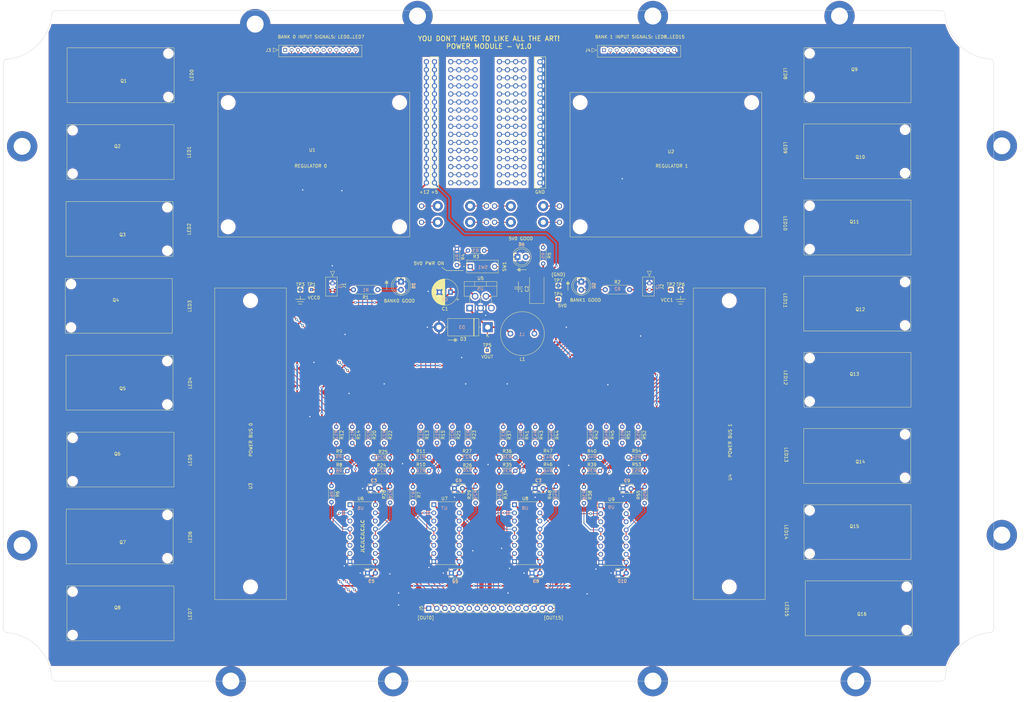
<source format=kicad_pcb>
(kicad_pcb (version 20211014) (generator pcbnew)
  (layers (0 "F.Cu" signal) (31 "B.Cu" signal) (34 "B.Paste" user) (35 "F.Paste" user) (36 "B.SilkS" user "B.Silkscreen") (37 "F.SilkS" user "F.Silkscreen") (38 "B.Mask" user) (39 "F.Mask" user) (44 "Edge.Cuts" user))
  (property "REV" "1.0")
  (property "REV_DATE" "2022-MM-DD")
  (net 0 "")
  (net 1 "VCC0")
  (net 2 "GND")
  (net 3 "VDD")
  (net 4 "Net-(D1-Pad2)")
  (net 5 "Net-(D2-Pad2)")
  (net 6 "/5V Regulator/VOUT")
  (net 7 "Net-(D4-Pad2)")
  (net 8 "VCC1")
  (net 10 "/Signal Input Processing/s0")
  (net 11 "/Signal Input Processing/s1")
  (net 13 "/Signal Input Processing/s2")
  (net 14 "/Signal Input Processing/s3")
  (net 16 "/Signal Input Processing/s4")
  (net 17 "/Signal Input Processing/s5")
  (net 19 "/Signal Input Processing/s6")
  (net 20 "/Signal Input Processing/s7")
  (net 22 "/Signal Input Processing/s8")
  (net 23 "/Signal Input Processing/s9")
  (net 25 "/Signal Input Processing/s10")
  (net 26 "/Signal Input Processing/s11")
  (net 28 "/Signal Input Processing/s12")
  (net 29 "/Signal Input Processing/s13")
  (net 31 "/Signal Input Processing/s14")
  (net 32 "/Signal Input Processing/s15")
  (net 33 "/Signal Input Processing/out0")
  (net 34 "/Signal Input Processing/out1")
  (net 35 "/Signal Input Processing/out2")
  (net 36 "/Signal Input Processing/out3")
  (net 37 "/Signal Input Processing/out4")
  (net 38 "/Signal Input Processing/out5")
  (net 39 "/Signal Input Processing/out6")
  (net 40 "/Signal Input Processing/out7")
  (net 41 "/Signal Input Processing/out8")
  (net 42 "/Signal Input Processing/out9")
  (net 43 "/Signal Input Processing/out10")
  (net 44 "/Signal Input Processing/out11")
  (net 45 "/Signal Input Processing/out12")
  (net 46 "/Signal Input Processing/out13")
  (net 47 "/Signal Input Processing/out14")
  (net 48 "/Signal Input Processing/out15")
  (net 49 "Net-(J10-Pad1)")
  (net 50 "Net-(J14-Pad1)")
  (net 51 "Net-(J18-Pad1)")
  (net 52 "Net-(J24-Pad1)")
  (net 53 "Net-(J28-Pad1)")
  (net 54 "Net-(J38-Pad1)")
  (net 55 "Net-(J42-Pad1)")
  (net 56 "Net-(J46-Pad1)")
  (net 57 "Net-(J52-Pad1)")
  (net 58 "Net-(J56-Pad1)")
  (net 59 "Net-(J60-Pad1)")
  (net 60 "Net-(J62-Pad1)")
  (net 61 "Net-(J66-Pad1)")
  (net 62 "Net-(J70-Pad1)")
  (net 63 "Net-(J76-Pad1)")
  (net 64 "Net-(J80-Pad1)")
  (net 65 "Net-(J90-Pad1)")
  (net 66 "Net-(J94-Pad1)")
  (net 67 "Net-(J98-Pad1)")
  (net 68 "Net-(J100-Pad1)")
  (net 69 "Net-(J104-Pad1)")
  (net 70 "Net-(J108-Pad1)")
  (net 71 "Net-(J114-Pad1)")
  (net 72 "Net-(J118-Pad1)")
  (net 73 "Net-(J122-Pad1)")
  (net 74 "Net-(J128-Pad1)")
  (net 75 "Net-(J132-Pad1)")
  (net 76 "Net-(J142-Pad1)")
  (net 77 "Net-(J146-Pad1)")
  (net 78 "Net-(J152-Pad1)")
  (net 79 "Net-(J156-Pad1)")
  (net 80 "Net-(J160-Pad1)")
  (net 81 "Net-(J166-Pad1)")
  (net 82 "Net-(J170-Pad1)")
  (net 83 "Net-(J180-Pad1)")
  (net 84 "Net-(J184-Pad1)")
  (net 85 "Net-(J194-Pad1)")
  (net 86 "Net-(J198-Pad1)")
  (net 87 "Net-(J204-Pad1)")
  (net 88 "Net-(J208-Pad1)")
  (net 89 "Net-(R3-Pad1)")
  (net 90 "Net-(R4-Pad2)")
  (net 91 "Net-(R6-Pad2)")
  (net 92 "Net-(R7-Pad2)")
  (net 93 "Net-(R14-Pad2)")
  (net 94 "Net-(R12-Pad2)")
  (net 95 "Net-(R10-Pad2)")
  (net 96 "Net-(R11-Pad2)")
  (net 97 "Net-(R20-Pad2)")
  (net 98 "Net-(R21-Pad2)")
  (net 99 "Net-(R22-Pad2)")
  (net 100 "Net-(R23-Pad2)")
  (net 101 "Net-(R28-Pad1)")
  (net 102 "Net-(R29-Pad1)")
  (net 103 "Net-(R34-Pad2)")
  (net 104 "Net-(R35-Pad2)")
  (net 105 "Net-(R36-Pad2)")
  (net 106 "Net-(R38-Pad2)")
  (net 107 "Net-(R39-Pad2)")
  (net 108 "Net-(R40-Pad2)")
  (net 109 "Net-(R43-Pad2)")
  (net 110 "Net-(R44-Pad2)")
  (net 111 "Net-(R48-Pad1)")
  (net 112 "Net-(R51-Pad2)")
  (net 113 "Net-(R52-Pad2)")
  (net 114 "Net-(R55-Pad1)")
  (footprint "Aaron_Pads:1mm_PTH_No_Silk" (layer "F.Cu") (at 170.423 47.290218)
    (fp_text reference "J96" hide)
    (fp_text value "Conn_01x01" hide)
  )
  (footprint "Aaron_Pads:1mm_PTH_No_Silk" (layer "F.Cu") (at 157.723 67.51989 90)
    (fp_text reference "J226" hide)
    (fp_text value "Conn_01x01" hide)
  )
  (footprint "Aaron_Pads:1mm_PTH_No_Silk" (layer "F.Cu") (at 172.963 52.347636 90)
    (fp_text reference "J199" hide)
    (fp_text value "Conn_01x01" hide)
  )
  (footprint "Resistor_THT:R_Axial_DIN0204_L3.6mm_D1.6mm_P5.08mm_Horizontal" (layer "F.Cu") (at 198.313 166.1428 180)
    (fp_text reference "R47")
    (fp_text value "2K2")
  )
  (footprint "Capacitor_THT:CP_Radial_D8.0mm_P3.50mm" (layer "F.Cu") (at 165.273 114.3928 180)
    (fp_text reference "C1")
    (fp_text value "220u")
  )
  (footprint "Aaron_Pads:1mm_PTH_No_Silk" (layer "F.Cu") (at 188.203 54.876346)
    (fp_text reference "J90" hide)
    (fp_text value "Conn_01x01" hide)
  )
  (footprint "Aaron_Pads:1mm_PTH_No_Silk" (layer "F.Cu") (at 172.963 70.048599 90)
    (fp_text reference "J28" hide)
    (fp_text value "Conn_01x01" hide)
  )
  (footprint "Aaron_Pads:1mm_PTH_No_Silk" (layer "F.Cu") (at 180.583 70.0486)
    (fp_text reference "J153" hide)
    (fp_text value "Conn_01x01" hide)
  )
  (footprint "lta-power-footprints:Dual_MOSFET_Driver" (layer "F.Cu") (at 277.683 182.7608)
    (fp_text reference "Q15")
    (fp_text value "Dual_MOSFET_Switch_Module")
  )
  (footprint "Aaron_Pads:1mm_PTH_No_Silk" (layer "F.Cu") (at 167.883 77.634726 90)
    (fp_text reference "J172" hide)
    (fp_text value "Conn_01x01" hide)
  )
  (footprint "Aaron_Pads:1.6mm_PTH_No_Silk" (layer "F.Cu") (at 171.439 87.4448)
    (fp_text reference "J60" hide)
    (fp_text value "Conn_01x01" hide)
  )
  (footprint "Aaron_Pads:1mm_PTH_No_Silk" (layer "F.Cu") (at 167.883 44.761509)
    (fp_text reference "J81" hide)
    (fp_text value "Conn_01x01" hide)
  )
  (footprint "Aaron_Pads:1mm_PTH_No_Silk" (layer "F.Cu") (at 170.423 80.163436)
    (fp_text reference "J66" hide)
    (fp_text value "Conn_01x01" hide)
  )
  (footprint "MountingHole:MountingHole_5.3mm_M5_ISO7380_Pad" (layer "F.Cu") (at 104.14 30.48)
    (fp_text reference "H12" hide)
    (fp_text value "MountingHole_Pad")
  )
  (footprint "Aaron_Pads:1mm_PTH_No_Silk" (layer "F.Cu") (at 172.963 80.163436)
    (fp_text reference "J67" hide)
    (fp_text value "Conn_01x01" hide)
  )
  (footprint "Aaron_Pads:1mm_PTH_No_Silk" (layer "F.Cu") (at 183.123 54.876346 90)
    (fp_text reference "J92" hide)
    (fp_text value "Conn_01x01" hide)
  )
  (footprint "Aaron_Pads:1mm_PTH_No_Silk" (layer "F.Cu") (at 160.263 49.818927 90)
    (fp_text reference "J88" hide)
    (fp_text value "Conn_01x01" hide)
  )
  (footprint "Aaron_Pads:1mm_PTH_No_Silk" (layer "F.Cu") (at 165.343 54.876345)
    (fp_text reference "J186" hide)
    (fp_text value "Conn_01x01" hide)
  )
  (footprint "lta-power-footprints:Dual_MOSFET_Driver" (layer "F.Cu") (at 307.523 124.8128 180)
    (fp_text reference "Q12")
    (fp_text value "Dual_MOSFET_Switch_Module")
  )
  (footprint "Aaron_Pads:1mm_PTH_No_Silk" (layer "F.Cu") (at 193.283 70.0486 90)
    (fp_text reference "J89" hide)
    (fp_text value "Conn_01x01" hide)
  )
  (footprint "Aaron_Pads:1mm_PTH_No_Silk" (layer "F.Cu") (at 180.583 54.876346 90)
    (fp_text reference "J91" hide)
    (fp_text value "Conn_01x01" hide)
  )
  (footprint "Aaron_Pads:1mm_PTH_No_Silk" (layer "F.Cu") (at 170.423 59.933763)
    (fp_text reference "J210" hide)
    (fp_text value "Conn_01x01" hide)
  )
  (footprint "MountingHole:MountingHole_5.3mm_M5_ISO7380_Pad" (layer "F.Cu") (at 154.94 27.94)
    (fp_text reference "H3" hide)
    (fp_text value "MountingHole_Pad")
  )
  (footprint "lta-power-footprints:Dual_MOSFET_Driver" (layer "F.Cu") (at 76.644 149.578228 180)
    (fp_text reference "Q5")
    (fp_text value "Dual_MOSFET_Switch_Module")
  )
  (footprint "Aaron_Pads:1mm_PTH_No_Silk" (layer "F.Cu") (at 170.423 57.405054)
    (fp_text reference "J156" hide)
    (fp_text value "Conn_01x01" hide)
  )
  (footprint "Aaron_Pads:1mm_PTH_No_Silk" (layer "F.Cu") (at 188.203 42.232801)
    (fp_text reference "J26" hide)
    (fp_text value "Conn_01x01" hide)
  )
  (footprint "Aaron_Pads:1mm_PTH_No_Silk" (layer "F.Cu") (at 172.963 64.991181)
    (fp_text reference "J58" hide)
    (fp_text value "Conn_01x01" hide)
  )
  (footprint "Aaron_Pads:1mm_PTH_No_Silk" (layer "F.Cu") (at 193.283 67.519891 90)
    (fp_text reference "J229" hide)
    (fp_text value "Conn_01x01" hide)
  )
  (footprint "Resistor_THT:R_Axial_DIN0204_L3.6mm_D1.6mm_P5.08mm_Horizontal" (layer "F.Cu") (at 128.023 175.1028 -90)
    (fp_text reference "R6")
    (fp_text value "220R")
  )
  (footprint "Aaron_THT:CUI-DIP-SW_DS01-254-x-01xx" (layer "F.Cu") (at 175.273 106.3928 -90)
    (fp_text reference "SW1")
    (fp_text value "SW_SPST")
  )
  (footprint "Aaron_Pads:1mm_PTH_No_Silk" (layer "F.Cu") (at 172.963 67.51989)
    (fp_text reference "J146" hide)
    (fp_text value "Conn_01x01" hide)
  )
  (footprint "Aaron_Pads:1mm_PTH_No_Silk" (layer "F.Cu") (at 193.283 64.991182 90)
    (fp_text reference "J75" hide)
    (fp_text value "Conn_01x01" hide)
  )
  (footprint "Aaron_Pads:1.6mm_PTH_No_Silk" (layer "F.Cu") (at 194.299 87.4448)
    (fp_text reference "J160" hide)
    (fp_text value "Conn_01x01" hide)
  )
  (footprint "Aaron_Pads:1mm_PTH_No_Silk" (layer "F.Cu") (at 185.649666 44.76151)
    (fp_text reference "J131" hide)
    (fp_text value "Conn_01x01" hide)
  )
  (footprint "Aaron_Pads:1mm_PTH_No_Silk" (layer "F.Cu") (at 188.143 67.519891)
    (fp_text reference "J204" hide)
    (fp_text value "Conn_01x01" hide)
  )
  (footprint "Aaron_Pads:1mm_PTH_No_Silk" (layer "F.Cu") (at 185.623 47.290219)
    (fp_text reference "J10" hide)
    (fp_text value "Conn_01x01" hide)
  )
  (footprint "Aaron_Pads:1mm_PTH_No_Silk" (layer "F.Cu") (at 170.423 70.048599 90)
    (fp_text reference "J30" hide)
    (fp_text value "Conn_01x01" hide)
  )
  (footprint "Aaron_Pads:1mm_PTH_No_Silk" (layer "F.Cu") (at 160.263 75.106017 90)
    (fp_text reference "J140" hide)
    (fp_text value "Conn_01x01" hide)
  )
  (footprint "Aaron_Pads:1mm_PTH_No_Silk" (layer "F.Cu") (at 185.631 70.0486 90)
    (fp_text reference "J155" hide)
    (fp_text value "Conn_01x01" hide)
  )
  (footprint "Aaron_Pads:1.6mm_PTH_No_Silk" (layer "F.Cu") (at 184.139 92.5248 180)
    (fp_text reference "J70" hide)
    (fp_text value "Conn_01x01" hide)
  )
  (footprint "Aaron_Pads:1mm_PTH_No_Silk" (layer "F.Cu") (at 180.543 44.76151)
    (fp_text reference "J130" hide)
    (fp_text value "Conn_01x01" hide)
  )
  (footprint "Aaron_Pads:1mm_PTH_No_Silk" (layer "F.Cu") (at 167.883 59.933763)
    (fp_text reference "J208" hide)
    (fp_text value "Conn_01x01" hide)
  )
  (footprint "Resistor_THT:R_Axial_DIN0204_L3.6mm_D1.6mm_P5.08mm_Horizontal" (layer "F.Cu") (at 226.063 166.1428 180)
    (fp_text reference "R54")
    (fp_text value "2K2")
  )
  (footprint "Aaron_THT:Molex-MicroLatch-53253-0270" (layer "F.Cu") (at 227.523 111.6428 -90)
    (fp_text reference "J2")
    (fp_text value "Molex-MicroLatch-53253-0270" hide)
  )
  (footprint "lta-power-footprints:Dual_MOSFET_Driver" (layer "F.Cu") (at 47.023 208.2128)
    (fp_text reference "Q8")
    (fp_text value "Dual_MOSFET_Switch_Module")
  )
  (footprint "Aaron_Pads:1mm_PTH_No_Silk" (layer "F.Cu") (at 165.343 64.991181)
    (fp_text reference "J59" hide)
    (fp_text value "Conn_01x01" hide)
  )
  (footprint "lta-power-footprints:Dual_MOSFET_Driver" (layer "F.Cu") (at 47.023 63.739657)
    (fp_text reference "Q2")
    (fp_text value "Dual_MOSFET_Switch_Module")
  )
  (footprint "Aaron_Pads:1.6mm_PTH_No_Silk" (layer "F.Cu") (at 184.139 87.485122 180)
    (fp_text reference "J46" hide)
    (fp_text value "Conn_01x01" hide)
  )
  (footprint "Aaron_Pads:1mm_PTH_No_Silk" (layer "F.Cu") (at 165.343 52.347636)
    (fp_text reference "J201" hide)
    (fp_text value "Conn_01x01" hide)
  )
  (footprint "Aaron_Pads:1mm_PTH_No_Silk" (layer "F.Cu") (at 167.883 42.2328)
    (fp_text reference "J16" hide)
    (fp_text value "Conn_01x01" hide)
  )
  (footprint "Aaron_Pads:1mm_PTH_No_Silk" (layer "F.Cu") (at 170.423 49.818927)
    (fp_text reference "J120" hide)
    (fp_text value "Conn_01x01" hide)
  )
  (footprint "Aaron_Pads:1mm_PTH_No_Silk" (layer "F.Cu") (at 172.963 62.462472)
    (fp_text reference "J44" hide)
    (fp_text value "Conn_01x01" hide)
  )
  (footprint "Capacitor_THT:C_Disc_D3.8mm_W2.6mm_P2.50mm" (layer "F.Cu") (at 169.023 175.8928 180)
    (fp_text reference "C4")
    (fp_text value "1u")
  )
  (footprint "Aaron_Pads:1mm_PTH_No_Silk" (layer "F.Cu") (at 180.583 67.519891)
    (fp_text reference "J205" hide)
    (fp_text value "Conn_01x01" hide)
  )
  (footprint "Aaron_Pads:1mm_PTH_No_Silk" (layer "F.Cu") (at 185.663 54.876346 90)
    (fp_text reference "J93" hide)
    (fp_text value "Conn_01x01" hide)
  )
  (footprint "Aaron_Pads:1mm_PTH_No_Silk" (layer "F.Cu") (at 183.123 42.232801)
    (fp_text reference "J24" hide)
    (fp_text value "Conn_01x01" hide)
  )
  (footprint "Aaron_Pads:1mm_PTH_No_Silk" (layer "F.Cu") (at 180.583 80.163436)
    (fp_text reference "J183" hide)
    (fp_text value "Conn_01x01" hide)
  )
  (footprint "Aaron_THT:L_Radial_D13.5mm_P7.50mm" (layer "F.Cu") (at 191.273 127.3928 180)
    (fp_text reference "L1")
    (fp_text value "150u")
  )
  (footprint "Aaron_Pads:1mm_PTH_No_Silk" (layer "F.Cu") (at 157.723 52.347636 90)
    (fp_text reference "J48" hide)
    (fp_text value "Conn_01x01" hide)
  )
  (footprint "Aaron_Pads:1mm_PTH_No_Silk" (layer "F.Cu") (at 156.199 87.4448 180)
    (fp_text reference "J123" hide)
    (fp_text value "Conn_01x01" hide)
  )
  (footprint "Aaron_Pads:1mm_PTH_No_Silk" (layer "F.Cu") (at 156.199 92.5248 180)
    (fp_text reference "J109" hide)
    (fp_text value "Conn_01x01" hide)
  )
  (footprint "Resistor_THT:R_Axial_DIN0204_L3.6mm_D1.6mm_P5.08mm_Horizontal" (layer "F.Cu") (at 139.523 156.6028 -90)
    (fp_text reference "R20")
    (fp_text value "33R")
  )
  (footprint "Aaron_Pads:1mm_PTH_No_Silk" (layer "F.Cu") (at 185.663 57.405055)
    (fp_text reference "J53" hide)
    (fp_text value "Conn_01x01" hide)
  )
  (footprint "Aaron_Pads:1mm_PTH_No_Silk" (layer "F.Cu") (at 172.963 57.405054)
    (fp_text reference "J157" hide)
    (fp_text value "Conn_01x01" hide)
  )
  (footprint "Aaron_Pads:1mm_PTH_No_Silk" (layer "F.Cu") (at 180.583 59.933764 90)
    (fp_text reference "J144" hide)
    (fp_text value "Conn_01x01" hide)
  )
  (footprint "Aaron_Pads:1.6mm_PTH_No_Silk" (layer "F.Cu") (at 194.299 92.5248)
    (fp_text reference "J18" hide)
    (fp_text value "Conn_01x01" hide)
  )
  (footprint "Aaron_Pads:1mm_PTH_No_Silk" (layer "F.Cu") (at 170.423 52.347636 90)
    (fp_text reference "J200" hide)
    (fp_text value "Conn_01x01" hide)
  )
  (footprint "Aaron_Pads:1mm_PTH_No_Silk" (layer "F.Cu") (at 188.203 75.106018)
    (fp_text reference "J195" hide)
    (fp_text value "Conn_01x01" hide)
  )
  (footprint "Aaron_Pads:1mm_PTH_No_Silk" (layer "F.Cu") (at 165.343 75.106017)
    (fp_text reference "J135" hide)
    (fp_text value "Conn_01x01" hide)
  )
  (footprint "Aaron_Pads:1mm_PTH_No_Silk" (layer "F.Cu") (at 170.423 67.51989)
    (fp_text reference "J149" hide)
    (fp_text value "Conn_01x01" hide)
  )
  (footprint "lta-power-footprints:Dual_MOSFET_Driver" (layer "F.Cu") (at 307.523 172.5128 180)
    (fp_text reference "Q14")
    (fp_text value "Dual_MOSFET_Switch_Module")
  )
  (footprint "Aaron_Pads:1mm_PTH_No_Silk" (layer "F.Cu") (at 167.883 67.51989)
    (fp_text reference "J147" hide)
    (fp_text value "Conn_01x01" hide)
  )
  (footprint "Aaron_Pads:1mm_PTH_No_Silk" (layer "F.Cu") (at 167.883 72.577308 90)
    (fp_text reference "J104" hide)
    (fp_text value "Conn_01x01" hide)
  )
  (footprint "Aaron_Pads:1mm_PTH_No_Silk" (layer "F.Cu") (at 160.263 62.462472 90)
    (fp_text reference "J74" hide)
    (fp_text value "Conn_01x01" hide)
  )
  (footprint "Aaron_Pads:1mm_PTH_No_Silk" (layer "F.Cu") (at 183.123 49.818928)
    (fp_text reference "J41" hide)
    (fp_text value "Conn_01x01" hide)
  )
  (footprint "lta-power-footprints:Dual_MOSFET_Driver" (layer "F.Cu") (at 308.023 220.2128 180)
    (fp_text reference "Q16")
    (fp_text value "Dual_MOSFET_Switch_Module")
  )
  (footprint "Aaron_THT:TestPoint_THTPad_1.0x1.0mm_Drill0.3mm" (layer "F.Cu") (at 121.773 113.6428)
    (fp_text reference "TP1")
    (fp_text value "TestPoint_Flag")
  )
  (footprint "Aaron_Pads:1.6mm_PTH_No_Silk" (layer "F.Cu") (at 161.279 92.5248 180)
    (fp_text reference "J108" hide)
    (fp_text value "Conn_01x01" hide)
  )
  (footprint "Aaron_Pads:1.6mm_PTH_No_Silk" (layer "F.Cu") (at 171.439 92.5248)
    (fp_text reference "J98" hide)
    (fp_text value "Conn_01x01" hide)
  )
  (footprint "Aaron_Pads:1mm_PTH_No_Silk" (layer "F.Cu") (at 165.343 77.634726)
    (fp_text reference "J173" hide)
    (fp_text value "Conn_01x01" hide)
  )
  (footprint "Resistor_THT:R_Axial_DIN0204_L3.6mm_D1.6mm_P5.08mm_Horizontal" (layer "F.Cu") (at 129.523 156.5628 -90)
    (fp_text reference "R12")
    (fp_text value "33R")
  )
  (footprint "lta-power-footprints:12V_regulator" (layer "F.Cu") (at 95.683 93.9428 90)
    (fp_text reference "U1")
    (fp_text value "DIYMORE_20A_Step_Down")
  )
  (footprint "Aaron_Pads:1mm_PTH_No_Silk" (layer "F.Cu") (at 179.059 92.5248 180)
    (fp_text reference "J71" hide)
    (fp_text value "Conn_01x01" hide)
  )
  (footprint "Aaron_Pads:1mm_PTH_No_Silk" (layer "F.Cu") (at 157.723 59.933763 90)
    (fp_text reference "J214" hide)
    (fp_text value "Conn_01x01" hide)
  )
  (footprint "Aaron_TI_Parts:TI_N_R-PDIP-T16" (layer "F.Cu") (at 164.023 189.8928)
    (fp_text reference "U7")
    (fp_text value "SN75374N")
  )
  (footprint "Aaron_Pads:1mm_PTH_No_Silk" (layer "F.Cu") (at 185.663 72.577309 90)
    (fp_text reference "J101" hide)
    (fp_text value "Conn_01x01" hide)
  )
  (footprint "Resistor_THT:R_Axial_DIN0204_L3.6mm_D1.6mm_P5.08mm_Horizontal" (layer "F.Cu") (at 196.773 156.6028 -90)
    (fp_text reference "R44")
    (fp_text value "33R")
  )
  (footprint "Resistor_THT:R_Axial_DIN0204_L3.6mm_D1.6mm_P5.08mm_Horizontal" (layer "F.Cu") (at 161.023 156.5528 -90)
    (fp_text reference "R15")
    (fp_text value "33R")
  )
  (footprint "Aaron_Pads:1mm_PTH_No_Silk" (layer "F.Cu") (at 172.963 75.106017)
    (fp_text reference "J134" hide)
    (fp_text value "Conn_01x01" hide)
  )
  (footprint "Aaron_Pads:1mm_PTH_No_Silk" (layer "F.Cu") (at 176.519 87.4448)
    (fp_text reference "J61" hide)
    (fp_text value "Conn_01x01" hide)
  )
  (footprint "Capacitor_THT:C_Disc_D3.8mm_W2.6mm_P2.50mm" (layer "F.Cu") (at 220.273 202.3928 180)
    (fp_text reference "C10")
    (fp_text value "1u")
  )
  (footprint "Aaron_Pads:1mm_PTH_No_Silk" (layer "F.Cu") (at 157.723 54.876345 90)
    (fp_text reference "J176" hide)
    (fp_text value "Conn_01x01" hide)
  )
  (footprint "Aaron_Pads:1mm_PTH_No_Silk" (layer "F.Cu") (at 165.343 57.405054)
    (fp_text reference "J159" hide)
    (fp_text value "Conn_01x01" hide)
  )
  (footprint "lta-power-footprints:Dual_MOSFET_Driver" (layer "F.Cu") (at 277.683 135.0608)
    (fp_text reference "Q13")
    (fp_text value "Dual_MOSFET_Switch_Module")
  )
  (footprint "Aaron_Pads:1mm_PTH_No_Silk" (layer "F.Cu") (at 160.263 70.048599 90)
    (fp_text reference "J220" hide)
    (fp_text value "Conn_01x01" hide)
  )
  (footprint "MountingHole:MountingHole_5.3mm_M5_ISO7380_Pad" (layer "F.Cu") (at 292.1 236.22)
    (fp_text reference "H8" hide)
    (fp_text value "MountingHole_Pad")
  )
  (footprint "Aaron_Pads:1mm_PTH_No_Silk" (layer "F.Cu") (at 165.343 72.577308)
    (fp_text reference "J107" hide)
    (fp_text value "Conn_01x01" hide)
  )
  (footprint "Resistor_THT:R_Axial_DIN0207_L6.3mm_D2.5mm_P7.62mm_Horizontal" (layer "F.Cu") (at 142.523 113.6428 180)
    (fp_text reference "R1")
    (fp_text value "1K, 1/4W")
  )
  (footprint "Aaron_Pads:1mm_PTH_No_Silk" (layer "F.Cu") (at 160.263 42.2328 90)
    (fp_text reference "J50" hide)
    (fp_text value "Conn_01x01" hide)
  )
  (footprint "Resistor_THT:R_Axial_DIN0204_L3.6mm_D1.6mm_P5.08mm_Horizontal" (layer "F.Cu") (at 224.023 156.6028 -90)
    (fp_text reference "R52")
    (fp_text value "33R")
  )
  (footprint "Aaron_Pads:1mm_PTH_No_Silk" (layer "F.Cu") (at 185.663 80.163436)
    (fp_text reference "J182" hide)
    (fp_text value "Conn_01x01" hide)
  )
  (footprint "Aaron_Pads:1mm_PTH_No_Silk" (layer "F.Cu") (at 183.107 70.0486 90)
    (fp_text reference "J154" hide)
    (fp_text value "Conn_01x01" hide)
  )
  (footprint "Aaron_Pads:1mm_PTH_No_Silk" (layer "F.Cu") (at 167.883 57.405054)
    (fp_text reference "J158" hide)
    (fp_text value "Conn_01x01" hide)
  )
  (footprint "Aaron_Pads:1mm_PTH_No_Silk" (layer "F.Cu") (at 193.283 57.405055 90)
    (fp_text reference "J23" hide)
    (fp_text value "Conn_01x01" hide)
  )
  (footprint "Capacitor_THT:C_Disc_D3.8mm_W2.6mm_P2.50mm" (layer "F.Cu") (at 194.273 175.8928 180)
    (fp_text reference "C7")
    (fp_text value "1u")
  )
  (footprint "Aaron_Pads:1mm_PTH_No_Silk" (layer "F.Cu") (at 193.283 42.232801 180)
    (fp_text reference "J9" hide)
    (fp_text value "Conn_01x01" hide)
  )
  (footprint "Aaron_Pads:1mm_PTH_No_Silk" (layer "F.Cu") (at 180.583 57.405055)
    (fp_text reference "J54" hide)
    (fp_text value "Conn_01x01" hide)
  )
  (footprint "Aaron_Pads:1.6mm_PTH_No_Silk" (layer "F.Cu") (at 161.279 87.4448 180)
    (fp_text reference "J122" hide)
    (fp_text value "Conn_01x01" hide)
  )
  (footprint "Aaron_TI_Parts:TI_N_R-PDIP-T16" (layer "F.Cu") (at 137.773 189.8928)
    (fp_text reference "U6")
    (fp_text value "SN75374N")
  )
  (footprint "lta-power-footprints:12-way_power_distribution_bus" (layer "F.Cu") (at 102.683 206.7128 90)
    (fp_text reference "U3")
    (fp_text value "OONO_16A_12pos_Terminal_Block")
  )
  (footprint "LED_THT:LED_D5.0mm" (layer "F.Cu") (at 149.773 111.1178 -90)
    (fp_text reference "D1")
    (fp_text value "PWR0")
  )
  (footprint "lta-power-footprints:Dual_MOSFET_Driver" (layer "F.Cu") (at 307.523 77.1128 180)
    (fp_text reference "Q10")
    (fp_text value "Dual_MOSFET_Switch_Module")
  )
  (footprint "Aaron_Pads:1mm_PTH_No_Silk" (layer "F.Cu") (at 167.883 70.048599 90)
    (fp_text reference "J29" hide)
    (fp_text value "Conn_01x01" hide)
  )
  (footprint "Aaron_Pads:1mm_PTH_No_Silk" (layer "F.Cu") (at 183.123 64.991182 90)
    (fp_text reference "J166" hide)
    (fp_text value "Conn_01x01" hide)
  )
  (footprint "Aaron_Pads:1mm_PTH_No_Silk" (layer "F.Cu") (at 165.343 80.163436)
    (fp_text reference "J69" hide)
    (fp_text value "Conn_01x01" hide)
  )
  (footprint "Aaron_Pads:1mm_PTH_No_Silk" (layer "F.Cu") (at 188.163 47.290219)
    (fp_text reference "J13" hide)
    (fp_text value "Conn_01x01" hide)
  )
  (footprint "Aaron_Pads:1mm_PTH_No_Silk" (layer "F.Cu") (at 167.883 52.347636)
    (fp_text reference "J198" hide)
    (fp_text value "Conn_01x01" hide)
  )
  (footprint "Aaron_THT:TestPoint_THTPad_1.0x1.0mm_Drill0.3mm" (layer "F.Cu") (at 118.273 113.6428)
    (fp_text reference "TP3")
    (fp_text value "TestPoint_Flag")
  )
  (footprint "Aaron_THT:TestPoint_THTPad_1.0x1.0mm_Drill0.3mm" (layer "F.Cu") (at 234.273 113.6428)
    (fp_text reference "TP2")
    (fp_text value "TestPoint_Flag")
  )
  (footprint "Aaron_Pads:1mm_PTH_No_Silk" (layer "F.Cu") (at 180.583 77.634727)
    (fp_text reference "J117" hide)
    (fp_text value "Conn_01x01" hide)
  )
  (footprint "Aaron_Pads:1mm_PTH_No_Silk" (layer "F.Cu") (at 188.203 59.933764)
    (fp_text reference "J143" hide)
    (fp_text value "Conn_01x01" hide)
  )
  (footprint "Aaron_Pads:1mm_PTH_No_Silk" (layer "F.Cu") (at 165.343 62.462472)
    (fp_text reference "J43" hide)
    (fp_text value "Conn_01x01" hide)
  )
  (footprint "Resistor_THT:R_Axial_DIN0204_L3.6mm_D1.6mm_P5.08mm_Horizontal" (layer "F.Cu") (at 194.273 100.3928 -90)
    (fp_text reference "R5")
    (fp_text value "330R")
  )
  (footprint "Resistor_THT:R_Axial_DIN0204_L3.6mm_D1.6mm_P5.08mm_Horizontal" (layer "F.Cu") (at 214.023 156.5628 -90)
    (fp_text reference "R45")
    (fp_text value "33R")
  )
  (footprint "Aaron_Pads:1mm_PTH_No_Silk" (layer "F.Cu") (at 157.723 42.2328 90)
    (fp_text reference "J162" hide)
    (fp_text value "Conn_01x01" hide)
  )
  (footprint "MountingHole:MountingHole_5.3mm_M5_ISO7380_Pad" (layer "F.Cu") (at 147.32 236.22)
    (fp_text reference "H4" hide)
    (fp_text value "MountingHole_Pad")
  )
  (footprint "Aaron_THT:Molex-MicroLatch-53253-1270" (layer "F.Cu") (at 213.273 38.6378)
    (fp_text reference "J4")
    (fp_text value "Molex-MicroLatch-53253-1270")
  )
  (footprint "Aaron_Pads:1mm_PTH_No_Silk" (layer "F.Cu") (at 185.663 42.232801)
    (fp_text reference "J25" hide)
    (fp_text value "Conn_01x01" hide)
  )
  (footprint "Aaron_Pads:1mm_PTH_No_Silk" (layer "F.Cu") (at 170.423 42.2328)
    (fp_text reference "J15" hide)
    (fp_text value "Conn_01x01" hide)
  )
  (footprint "Diode_THT:D_DO-201AD_P15.24mm_Horizontal" (layer "F.Cu") (at 176.893 125.3928 180)
    (fp_text reference "D3")
    (fp_text value "SB530")
  )
  (footprint "LED_THT:LED_D5.0mm" (layer "F.Cu") (at 206.198 111.121301 -90)
    (fp_text reference "D2")
    (fp_text value "PWR1")
  )
  (footprint "Aaron_Pads:1mm_PTH_No_Silk" (layer "F.Cu") (at 180.583 62.462473 90)
    (fp_text reference "J76" hide)
    (fp_text value "Conn_01x01" hide)
  )
  (footprint "MountingHole:MountingHole_5.3mm_M5_ISO7380_Pad" (layer "F.Cu") (at 96.52 236.22)
    (fp_text reference "H7" hide)
    (fp_text value "MountingHole_Pad")
  )
  (footprint "Capacitor_THT:C_Disc_D3.8mm_W2.6mm_P2.50mm" (layer "F.Cu") (at 141.773 202.3928 180)
    (fp_text reference "C5")
    (fp_text value "1u")
  )
  (footprint "Aaron_Pads:1mm_PTH_No_Silk" (layer "F.Cu") (at 157.723 72.577308 90)
    (fp_text reference "J222" hide)
    (fp_text value "Conn_01x01" hide)
  )
  (footprint "Aaron_THT:Molex-MicroLatch-53253-1270" (layer "F.Cu") (at 113.544499 38.5678)
    (fp_text reference "J3")
    (fp_text value "Molex-MicroLatch-53253-1270")
  )
  (footprint "MountingHole:MountingHole_5.3mm_M5_ISO7380_Pad" (layer "F.Cu") (at 337.82 190.5)
    (fp_text reference "H2" hide)
    (fp_text value "MountingHole_Pad")
  )
  (footprint "Aaron_Pads:1mm_PTH_No_Silk" (layer "F.Cu") (at 193.283 44.76151 180)
    (fp_text reference "J165" hide)
    (fp_text value "Conn_01x01" hide)
  )
  (footprint "Aaron_Pads:1mm_PTH_No_Silk" (layer "F.Cu") (at 185.623 67.519891)
    (fp_text reference "J206" hide)
    (fp_text value "Conn_01x01" hide)
  )
  (footprint "Aaron_Pads:1mm_PTH_No_Silk" (layer "F.Cu") (at 157.723 47.290218 90)
    (fp_text reference "J138" hide)
    (fp_text value "Conn_01x01" hide)
  )
  (footprint "Aaron_Pads:1mm_PTH_No_Silk" (layer "F.Cu") (at 188.203 64.991182 90)
    (fp_text reference "J167" hide)
    (fp_text value "Conn_01x01" hide)
  )
  (footprint "MountingHole:MountingHole_5.3mm_M5_ISO7380_Pad" (layer "F.Cu") (at 287.02 27.94)
    (fp_text reference "H10" hide)
    (fp_text value "MountingHole_Pad")
  )
  (footprint "Aaron_THT:TestPoint_THTPad_1.0x1.0mm_Drill0.3mm" (layer "F.Cu") (at 176.773 132.6428)
    (fp_text reference "TP5")
    (fp_text value "TestPoint_Flag")
  )
  (footprint "Resistor_THT:R_Axial_DIN0204_L3.6mm_D1.6mm_P5.08mm_Horizontal" (layer "F.Cu") (at 173.063 170.3928 180)
    (fp_text reference "R26")
    (fp_text value "2K2")
  )
  (footprint "Aaron_Pads:1mm_PTH_No_Silk" (layer "F.Cu") (at 193.283 52.347637 90)
    (fp_text reference "J141" hide)
    (fp_text value "Conn_01x01" hide)
  )
  (footprint "Aaron_Pads:1mm_PTH_No_Silk" (layer "F.Cu") (at 165.343 47.290218)
    (fp_text reference "J97" hide)
    (fp_text value "Conn_01x01" hide)
  )
  (footprint "Aaron_Pads:1mm_PTH_No_Silk" (layer "F.Cu") (at 185.663 49.818928)
    (fp_text reference "J38" hide)
    (fp_text value "Conn_01x01" hide)
  )
  (footprint "Resistor_THT:R_Axial_DIN0204_L3.6mm_D1.6mm_P5.08mm_Horizontal" (layer "F.Cu") (at 127.893 166.1928)
    (fp_text reference "R9")
    (fp_text value "2K2")
  )
  (footprint "Aaron_Pads:1mm_PTH_No_Silk" (layer "F.Cu") (at 183.123 57.405055)
    (fp_text reference "J52" hide)
    (fp_text value "Conn_01x01" hide)
  )
  (footprint "Aaron_Pads:1mm_PTH_No_Silk" (layer "F.Cu") (at 172.963 54.876345)
    (fp_text reference "J184" hide)
    (fp_text value "Conn_01x01" hide)
  )
  (footprint "Aaron_Pads:1mm_PTH_No_Silk" (layer "F.Cu") (at 183.123 72.577309 90)
    (fp_text reference "J103" hide)
    (fp_text value "Conn_01x01" hide)
  )
  (footprint "Resistor_THT:R_Axial_DIN0204_L3.6mm_D1.6mm_P5.08mm_Horizontal" (layer "F.Cu") (at 206.983 170.3928)
    (fp_text reference "R39")
    (fp_text value "2K2")
  )
  (footprint "Aaron_Pads:1mm_PTH_No_Silk" (layer "F.Cu") (at 167.883 75.106017)
    (fp_text reference "J132" hide)
    (fp_text value "Conn_01x01" hide)
  )
  (footprint "Aaron_Pads:1mm_PTH_No_Silk" (layer "F.Cu") (at 185.663 77.634727)
    (fp_text reference "J116" hide)
    (fp_text value "Conn_01x01" hide)
  )
  (footprint "Aaron_Pads:1mm_PTH_No_Silk" (layer "F.Cu") (at 165.343 44.761509)
    (fp_text reference "J83" hide)
    (fp_text value "Conn_01x01" hide)
  )
  (footprint "Aaron_Pads:1mm_PTH_No_Silk" (layer "F.Cu") (at 170.423 44.761509)
    (fp_text reference "J80" hide)
    (fp_text value "Conn_01x01" hide)
  )
  (footprint "Aaron_Pads:1mm_PTH_No_Silk" (layer "F.Cu") (at 180.583 42.232801)
    (fp_text reference "J27" hide)
    (fp_text value "Conn_01x01" hide)
  )
  (footprint "Aaron_Pads:1mm_PTH_No_Silk" (layer "F.Cu") (at 188.203 77.634727)
    (fp_text reference "J115" hide)
    (fp_text value "Conn_01x01" hide)
  )
  (footprint "Aaron_Pads:1mm_PTH_No_Silk" (layer "F.Cu") (at 199.379 92.5248)
    (fp_text reference "J19" hide)
    (fp_text value "Conn_01x01" hide)
  )
  (footprint "MountingHole:MountingHole_5.3mm_M5_ISO7380_Pad" (layer "F.Cu") (at 31.2166 68.7324)
    (fp_text reference "H6" hide)
    (fp_text value "MountingHole_Pad")
  )
  (footprint "Aaron_Pads:1mm_PTH_No_Silk" (layer "F.Cu") (at 170.423 54.876345)
    (fp_text reference "J185" hide)
    (fp_text value "Conn_01x01" hide)
  )
  (footprint "lta-power-footprints:Dual_MOSFET_Driver" (layer "F.Cu") (at 277.683 39.6608)
    (fp_text reference "Q9")
    (fp_text value "Dual_MOSFET_Switch_Module")
  )
  (footprint "Aaron_Pads:1mm_PTH_No_Silk" (layer "F.Cu") (at 180.543 47.290219)
    (fp_text reference "J12" hide)
    (fp_text value "Conn_01x01" hide)
  )
  (footprint "lta-power-footprints:12V_regulator" (layer "F.Cu") (at 205.858 93.9428 90)
    (fp_text reference "U2")
    (fp_text value "DIYMORE_20A_Step_Down")
  )
  (footprint "Aaron_Pads:1mm_PTH_No_Silk" (layer "F.Cu") (at 188.203 49.818928)
    (fp_text reference "J40" hide)
    (fp_text value "Conn_01x01" hide)
  )
  (footprint "Aaron_Pads:1mm_PTH_No_Silk" (layer "F.Cu") (at 157.723 80.163436 90)
    (fp_text reference "J190" hide)
    (fp_text value "Conn_01x01" hide)
  )
  (footprint "MountingHole:MountingHole_5.3mm_M5_ISO7380_Pad" (layer "F.Cu") (at 228.6 236.22)
    (fp_text reference "H5" hide)
    (fp_text value "MountingHole_Pad")
  )
  (footprint "Aaron_Pads:1mm_PTH_No_Silk" (layer "F.Cu") (at 157.723 49.818927 90)
    (fp_text reference "J6" hide)
    (fp_text value "Conn_01x01" hide)
  )
  (footprint "Aaron_Pads:1mm_PTH_No_Silk" (layer "F.Cu") (at 160.263 72.577308 90)
    (fp_text reference "J192" hide)
    (fp_text value "Conn_01x01" hide)
  )
  (footprint "Aaron_Pads:1mm_PTH_No_Silk" (layer "F.Cu") (at 172.963 77.634726 90)
    (fp_text reference "J171" hide)
    (fp_text value "Conn_01x01" hide)
  )
  (footprint "Capacitor_THT:C_Disc_D3.8mm_W2.6mm_P2.50mm" (layer "F.Cu") (at 221.773 175.9728 180)
    (fp_text reference "C9")
    (fp_text value "1u")
  )
  (footprint "Aaron_Pads:1mm_PTH_No_Silk" (layer "F.Cu") (at 160.263 67.51989 180)
    (fp_text reference "J164" hide)
    (fp_text value "Conn_01x01" hide)
  )
  (footprint "lta-power-footprints:12-way_power_distribution_bus" (layer "F.Cu") (at 252.523 206.7128 90)
    (fp_text reference "U4")
    (fp_text value "OONO_16A_12pos_Terminal_Block")
  )
  (footprint "lta-power-footprints:Dual_MOSFET_Driver" (layer "F.Cu") (at 76.984 53.2628 180)
    (fp_text reference "Q1")
    (fp_text value "Dual_MOSFET_Switch_Module")
  )
  (footprint "lta-power-footprints:Dual_MOSFET_Driver" (layer "F.Cu") (at 46.523 111.897371)
    (fp_text reference "Q4")
    (fp_text value "Dual_MOSFET_Switch_Module")
  )
  (footprint "Resistor_THT:R_Axial_DIN0204_L3.6mm_D1.6mm_P5.08mm_Horizontal" (layer "F.Cu") (at 180.483 166.1428)
    (fp_text reference "R36")
    (fp_text value "2K2")
  )
  (footprint "Resistor_THT:R_Axial_DIN0204_L3.6mm_D1.6mm_P5.08mm_Horizontal" (layer "F.Cu") (at 144.523 156.6028 -90)
    (fp_text reference "R22")
    (fp_text value "33R")
  )
  (footprint "Aaron_Pads:1mm_PTH_No_Silk" (layer "F.Cu") (at 160.263 64.991181 180)
    (fp_text reference "J36" hide)
    (fp_text value "Conn_01x01" hide)
  )
  (footprint "lta-power-footprints:Dual_MOSFET_Driver" (layer "F.Cu") (at 277.683 87.3608)
    (fp_text reference "Q11")
    (fp_text value "Dual_MOSFET_Switch_Module")
  )
  (footprint "Aaron_Pads:1mm_PTH_No_Silk" (layer "F.Cu") (at 183.123 77.634727)
    (fp_text reference "J114" hide)
    (fp_text value "Conn_01x01" hide)
  )
  (footprint "Aaron_Pads:1mm_PTH_No_Silk" (layer "F.Cu") (at 188.155 70.0486 90)
    (fp_text reference "J152" hide)
    (fp_text value "Conn_01x01" hide)
  )
  (footprint "Aaron_Pads:1mm_PTH_No_Silk" (layer "F.Cu") (at 188.203 52.347637 90)
    (fp_text reference "J64" hide)
    (fp_text value "Conn_01x01" hide)
  )
  (footprint "Aaron_Pads:1mm_PTH_No_Silk" (layer "F.Cu") (at 172.963 42.2328)
    (fp_text reference "J14" hide)
    (fp_text value "Conn_01x01" hide)
  )
  (footprint "Resistor_THT:R_Axial_DIN0204_L3.6mm_D1.6mm_P5.08mm_Horizontal" (layer "F.Cu") (at 219.023 156.5628 -90)
    (fp_text reference "R51")
    (fp_text value "33R")
  )
  (footprint "Aaron_Pads:1mm_PTH_No_Silk" (layer "F.Cu") (at 157.723 70.048599 90)
    (fp_text reference "J110" hide)
    (fp_text value "Conn_01x01" hide)
  )
  (footprint "Aaron_Pads:1mm_PTH_No_Silk" (layer "F.Cu") (at 165.343 67.51989)
    (fp_text reference "J148" hide)
    (fp_text value "Conn_01x01" hide)
  )
  (footprint "Aaron_Pads:1mm_PTH_No_Silk" (layer "F.Cu") (at 157.723 64.991181 90)
    (fp_text reference "J86" hide)
    (fp_text value "Conn_01x01" hide)
  )
  (footprint "Resistor_THT:R_Axial_DIN0204_L3.6mm_D1.6mm_P5.08mm_Horizontal" (layer "F.Cu") (at 206.983 166.1428)
    (fp_text reference "R40")
    (fp_text value "2K2")
  )
  (footprint "MountingHole:MountingHole_5.3mm_M5_ISO7380_Pad" (layer "F.Cu") (at 31.2166 193.7004)
    (fp_text reference "H11" hide)
    (fp_text value "MountingHole_Pad")
  )
  (footprint "Aaron_Pads:1mm_PTH_No_Silk" (layer "F.Cu") (at 193.283 49.818928 90)
    (fp_text reference "J225" hide)
    (fp_text value "Conn_01x01" hide)
  )
  (footprint "Resistor_THT:R_Axial_DIN0204_L3.6mm_D1.6mm_P5.08mm_Horizontal" (layer "F.Cu") (at 198.273 180.3928 90)
    (fp_text reference "R48")
    (fp_text value "220R")
  )
  (footprint "Resistor_THT:R_Axial_DIN0204_L3.6mm_D1.6mm_P5.08mm_Horizontal" (layer "F.Cu") (at 180.483 170.3928)
    (fp_text reference "R35")
    (fp_text value "2K2")
  )
  (footprint "LED_THT:LED_D5.0mm" (layer "F.Cu") (at 186.273 103.3928)
    (fp_text reference "D4")
    (fp_text value "5V0PWR")
  )
  (footprint "Aaron_Pads:1mm_PTH_No_Silk" (layer "F.Cu") (at 172.963 59.933763)
    (fp_text reference "J209" hide)
    (fp_text value "Conn_01x01" hide)
  )
  (footprint "Aaron_Pads:1mm_PTH_No_Silk" (layer "F.Cu") (at 172.963 47.290218)
    (fp_text reference "J95" hide)
    (fp_text value "Conn_01x01" hide)
  )
  (footprint "Aaron_Pads:1mm_PTH_No_Silk" (layer "F.Cu") (at 185.663 64.991182 90)
    (fp_text reference "J169" hide)
    (fp_text value "Conn_01x01" hide)
  )
  (footprint "Connector_PinHeader_2.54mm:PinHeader_1x16_P2.54mm_Vertical" (layer "F.Cu") (at 158.433 213.4428 90)
    (fp_text reference "J5")
    (fp_text value "Conn_01x16")
  )
  (footprint "Aaron_Pads:1mm_PTH_No_Silk" (layer "F.Cu") (at 172.963 49.818927)
    (fp_text reference "J118" hide)
    (fp_text value "Conn_01x01" hide)
  )
  (footprint "Resistor_THT:R_Axial_DIN0204_L3.6mm_D1.6mm_P5.08mm_Horizontal" (layer "F.Cu") (at 226.023 180.4728 90)
    (fp_text reference "R55")
    (fp_text value "220R")
  )
  (footprint "Aaron_Pads:1mm_PTH_No_Silk" (layer "F.Cu") (at 157.723 77.634726 90)
    (fp_text reference "J218" hide)
    (fp_text value "Conn_01x01" hide)
  )
  (footprint "Aaron_Pads:1mm_PTH_No_Silk" (layer "F.Cu") (at 188.203 44.76151)
    (fp_text reference "J128" hide)
    (fp_text value "Conn_01x01" hide)
  )
  (footprint "Aaron_Pads:1mm_PTH_No_Silk" (layer "F.Cu") (at 160.263 44.761509 90)
    (fp_text reference "J228" hide)
    (fp_text value "Conn_01x01" hide)
  )
  (footprint "Aaron_Pads:1mm_PTH_No_Silk" (layer "F.Cu") (at 157.723 44.761509 90)
    (fp_text reference "J72" hide)
    (fp_text value "Conn_01x01" hide)
  )
  (footprint "lta-power-footprints:Dual_MOSFET_Driver" (layer "F.Cu") (at 76.644 101.420514 180)
    (fp_text reference "Q3")
    (fp_text value "Dual_MOSFET_Switch_Module")
  )
  (footprint "Resistor_THT:R_Axial_DIN0207_L6.3mm_D2.5mm_P7.62mm_Horizontal" (layer "F.Cu") (at 213.698 113.621301)
    (fp_text reference "R2")
    (fp_text value "1K, 1/4W")
  )
  (footprint "Resistor_THT:R_Axial_DIN0204_L3.6mm_D1.6mm_P5.08mm_Horizontal" (layer "F.Cu") (at 127.893 170.4428)
    (fp_text reference "R8")
    (fp_text value "2K2")
  )
  (footprint "Aaron_Pads:1mm_PTH_No_Silk" (layer "F.Cu") (at 183.103 67.519891)
    (fp_text reference "J207" hide)
    (fp_text value "Conn_01x01" hide)
  )
  (footprint "Aaron_Pads:1mm_PTH_No_Silk" (layer "F.Cu") (at 188.203 57.405055)
    (fp_text reference "J55" hide)
    (fp_text value "Conn_01x01" hide)
  )
  (footprint "Capacitor_THT:C_Disc_D3.8mm_W2.6mm_P2.50mm" (layer "F.Cu") (at 142.773 175.8928 180)
    (fp_text reference "C3")
    (fp_text value "1u")
  )
  (footprint "Aaron_Pads:1mm_PTH_No_Silk" (layer "F.Cu") (at 170.423 72.577308 90)
    (fp_text reference "J105" hide)
    (fp_text value "Conn_01x01" hide)
  )
  (footprint "Aaron_Pads:1mm_PTH_No_Silk" (layer "F.Cu") (at 160.263 57.405054 90)
    (fp_text reference "J216" hide)
    (fp_text value "Conn_01x01" hide)
  )
  (footprint "Resistor_THT:R_Axial_DIN0204_L3.6mm_D1.6mm_P5.08mm_Horizontal" (layer "F.Cu") (at 165.863 156.5528 -90)
    (fp_text reference "R21")
    (fp_text value "33R")
  )
  (footprint "Aaron_Pads:1mm_PTH_No_Silk" (layer "F.Cu") (at 199.379 87.4448)
    (fp_text reference "J161" hide)
    (fp_text value "Conn_01x01" hide)
  )
  (footprint "Resistor_THT:R_Axial_DIN0204_L3.6mm_D1.6mm_P5.08mm_Horizontal" (layer "F.Cu") (at 167.273 100.8528 -90)
    (fp_text reference "R4")
    (fp_text value "10K")
  )
  (footprint "Resistor_THT:R_Axial_DIN0204_L3.6mm_D1.6mm_P5.08mm_Horizontal" (layer "F.Cu") (at 146.363 180.3428 90)
    (fp_text reference "R28")
    (fp_text value "220R")
  )
  (footprint "Aaron_Pads:1mm_PTH_No_Silk" (layer "F.Cu") (at 165.343 70.048599)
    (fp_text reference "J31" hide)
    (fp_text value "Conn_01x01" hide)
  )
  (footprint "Resistor_THT:R_Axial_DIN0204_L3.6mm_D1.6mm_P5.08mm_Horizontal" (layer "F.Cu") (at 181.773 156.6428 -90)
    (fp_text reference "R37")
    (fp_text value "33R")
  )
  (footprint "Aaron_Pads:1mm_PTH_No_Silk" (layer "F.Cu") (at 160.263 54.876345 90)
    (fp_text reference "J126" hide)
    (fp_text value "Conn_01x01" hide)
  )
  (footprint "Aaron_Pads:1mm_PTH_No_Silk" (layer "F.Cu") (at 183.123 52.347637 90)
    (fp_text reference "J63" hide)
    (fp_text value "Conn_01x01" hide)
  )
  (footprint "Aaron_THT:TestPoint_THTPad_1.0x1.0mm_Drill0.3mm" (layer "F.Cu") (at 237.273 113.6428)
    (fp_text reference "TP6")
    (fp_text value "TestPoint_Flag")
  )
  (footprint "Aaron_Pads:1mm_PTH_No_Silk" (layer "F.Cu") (at 172.963 44.761509)
    (fp_text reference "J82" hide)
    (fp_text value "Conn_01x01" hide)
  )
  (footprint "Resistor_THT:R_Axial_DIN0204_L3.6mm_D1.6mm_P5.08mm_Horizontal" (layer "F.Cu") (at 173.113 180.3828 90)
    (fp_text reference "R29")
    (fp_text value "220R")
  )
  (footprint "Aaron_Pads:1mm_PTH_No_Silk" (layer "F.Cu") (at 188.203 80.163436)
    (fp_text reference "J181" hide)
    (fp_text value "Conn_01x01" hide)
  )
  (footprint "Resistor_THT:R_Axial_DIN0204_L3.6mm_D1.6mm_P5.08mm_Horizontal" (layer "F.Cu") (at 146.223 170.3928 180)
    (fp_text reference "R24")
    (fp_text value "2K2")
  )
  (footprint "Resistor_THT:R_Axial_DIN0204_L3.6mm_D1.6mm_P5.08mm_Horizontal" (layer "F.Cu") (at 187.273 156.6428 -90)
    (fp_text reference "R41")
    (fp_text value "33R")
  )
  (footprint "Aaron_Pads:1mm_PTH_No_Silk" (layer "F.Cu") (at 185.663 52.347637 90)
    (fp_text reference "J65" hide)
    (fp_text value "Conn_01x01" hide)
  )
  (footprint "Aaron_THT:TestPoint_THTPad_1.0x1.0mm_Drill0.3mm" (layer "F.Cu") (at 199.023 116.6428)
    (fp_text reference "TP4")
    (fp_text value "TestPoint_Flag")
  )
  (footprint "Aaron_Pads:1mm_PTH_No_Silk" (layer "F.Cu") (at 176.519 92.5248)
    (fp_text reference "J99" hide)
    (fp_text value "Conn_01x01" hide)
  )
  (footprint "Aaron_Pads:1mm_PTH_No_Silk" (layer "F.Cu") (at 165.343 42.2328)
    (fp_text reference "J17" hide)
    (fp_text value "Conn_01x01" hide)
  )
  (footprint "Aaron_Pads:1mm_PTH_No_Silk" (layer "F.Cu") (at 180.583 72.577309)
    (fp_text reference "J100" hide)
    (fp_text value "Conn_01x01" hide)
  )
  (footprint "Aaron_Pads:1mm_PTH_No_Silk" (layer "F.Cu") (at 180.583 75.106018)
    (fp_text reference "J194" hide)
    (fp_text value "Conn_01x01" hide)
  )
  (footprint "Resistor_THT:R_Axial_DIN0204_L3.6mm_D1.6mm_P5.08mm_Horizontal" (layer "F.Cu") (at 170.773 156.5528 -90)
    (fp_text reference "R23")
    (fp_text value "33R")
  )
  (footprint "Aaron_Pads:1mm_PTH_No_Silk" (layer "F.Cu") (at 180.583 52.347637 90)
    (fp_text reference "J62" hide)
    (fp_text value "Conn_01x01" hide)
  )
  (footprint "Capacitor_Tantalum_SMD:CP_EIA-7343-30_AVX-N_Pad2.25x2.55mm_HandSolder" (layer "F.Cu") (at 192.273 113.3928 90)
    (fp_text reference "C2")
    (fp_text value "68u")
  )
  (footprint "Resistor_THT:R_Axial_DIN0204_L3.6mm_D1.6mm_P5.08mm_Horizontal" (layer "F.Cu") (at 175.813 101.3928 180)
    (fp_text reference "R3")
    (fp_text value "10K")
  )
  (footprint "Aaron_Pads:1mm_PTH_No_Silk" (layer "F.Cu") (at 172.963 72.577308 90)
    (fp_text reference "J106" hide)
    (fp_text value "Conn_01x01" hide)
  )
  (footprint "Aaron_Pads:1mm_PTH_No_Silk" (layer "F.Cu") (at 179.059 87.4448 180)
    (fp_text reference "J47" hide)
    (fp_text value "Conn_01x01" hide)
  )
  (footprint "Aaron_Pads:1mm_PTH_No_Silk" (layer "F.Cu") (at 160.263 80.163436 90)
    (fp_text reference "J22" hide)
    (fp_text value "Conn_01x01" hide)
  )
  (footprint "Aaron_Pads:1mm_PTH_No_Silk" (layer "F.Cu") (at 180.583 49.818928)
    (fp_text reference "J39" hide)
    (fp_text value "Conn_01x01" hide)
  )
  (footprint "Aaron_Pads:1mm_PTH_No_Silk" (layer "F.Cu") (at 160.263 47.290218 90)
    (fp_text reference "J112" hide)
    (fp_text value "Conn_01x01" hide)
  )
  (footprint "Resistor_THT:R_Axial_DIN0204_L3.6mm_D1.6mm_P5.08mm_Horizontal" (layer "F.Cu") (at 180.613 175.3028 -90)
    (fp_text reference "R34")
    (fp_text value "220R")
  )
  (footprint "Aaron_THT:TO-220-5_P3.4x3.7mm_StaggerOdd_Lead3.8mm_Vertical-SilkFix" (layer "F.Cu") (at 171.273 119.3928)
    (fp_text reference "U5")
    (fp_text value "LM2595T-5")
  )
  (footprint "Aaron_Pads:1mm_PTH_No_Silk" (layer "F.Cu") (at 167.883 80.163436)
    (fp_text reference "J68" hide)
    (fp_text value "Conn_01x01" hide)
  )
  (footprint "Aaron_Pads:1mm_PTH_No_Silk" (layer "F.Cu") (at 193.283 54.876346 90)
    (fp_text reference "J193" hide)
    (fp_text value "Conn_01x01" hide)
  )
  (footprint "Aaron_Pads:1mm_PTH_No_Silk" (layer "F.Cu") (at 160.263 77.634726 90)
    (fp_text reference "J224" hide)
    (fp_text value "Conn_01x01" hide)
  )
  (footprint "Aaron_Pads:1mm_PTH_No_Silk" (layer "F.Cu") (at 183.123 80.163436)
    (fp_text reference "J180" hide)
    (fp_text value "Conn_01x01" hide)
  )
  (footprint "Resistor_THT:R_Axial_DIN0204_L3.6mm_D1.6mm_P5.08mm_Horizontal" (layer "F.Cu") (at 134.523 156.6028 -90)
    (fp_text reference "R14")
    (fp_text value "33R")
  )
  (footprint "Aaron_Pads:1mm_PTH_No_Silk" (layer "F.Cu") (at 193.283 47.290219 180)
    (fp_text reference "J221" hide)
    (fp_text value "Conn_01x01" hide)
  )
  (footprint "Aaron_Pads:1mm_PTH_No_Silk" (layer "F.Cu") (at 183.123 59.933764 90)
    (fp_text reference "J145" hide)
    (fp_text value "Conn_01x01" hide)
  )
  (footprint "Aaron_Pads:1mm_PTH_No_Silk" (layer "F.Cu") (at 160.263 59.933763 90)
    (fp_text reference "J8" hide)
    (fp_text value "Conn_01x01" hide)
  )
  (footprint "Aaron_Pads:1mm_PTH_No_Silk" (layer "F.Cu") (at 167.883 54.876345)
    (fp_text reference "J187" hide)
    (fp_text value "Conn_01x01" hide)
  )
  (footprint "Resistor_THT:R_Axial_DIN0204_L3.6mm_D1.6mm_P5.08mm_Horizontal" (layer "F.Cu") (at 153.483 166.1428)
    (fp_text reference "R11")
    (fp_text value "2K2")
  )
  (footprint "Resistor_THT:R_Axial_DIN0204_L3.6mm_D1.6mm_P5.08mm_Horizontal" (layer "F.Cu") (at 207.023 175.4328 -90)
    (fp_text reference "R38")
    (fp_text value "220R")
  )
  (footprint "Aaron_Pads:1mm_PTH_No_Silk" (layer "F.Cu") (at 167.883 47.290218)
    (fp_text reference "J94" hide)
    (fp_text value "Conn_01x01" hide)
  )
  (footprint "Aaron_TI_Parts:TI_N_R-PDIP-T16" (layer "F.Cu") (at 189.273 189.8928)
    (fp_text reference "U8")
    (fp_text value "SN75374N")
  )
  (footprint "Aaron_TI_Parts:TI_N_R-PDIP-T16" (layer "F.Cu") (at 216.273 190.1428)
    (fp_text reference "U9")
    (fp_text value "SN75374N")
  )
  (footprint "Resistor_THT:R_Axial_DIN0204_L3.6mm_D1.6mm_P5.08mm_Horizontal" (layer "F.Cu") (at 156.023 156.5528 -90)
    (fp_text reference "R13")
    (fp_text value "33R")
  )
  (footprint "Aaron_Pads:1mm_PTH_No_Silk" (layer "F.Cu") (at 193.283 75.106018 180)
    (fp_text reference "J113" hide)
    (fp_text value "Conn_01x01" hide)
  )
  (footprint "Resistor_THT:R_Axial_DIN0204_L3.6mm_D1.6mm_P5.08mm_Horizontal" (layer "F.Cu") (at 153.523 175.3528 -90)
    (fp_text reference "R7")
    (fp_text value "220R")
  )
  (footprint "Aaron_Pads:1mm_PTH_No_Silk" (layer "F.Cu") (at 157.723 62.462472 90)
    (fp_text reference "J34" hide)
    (fp_text value "Conn_01x01" hide)
  )
  (footprint "Aaron_Pads:1mm_PTH_No_Silk" (layer "F.Cu") (at 183.083 47.290219)
    (fp_text reference "J11" hide)
    (fp_text value "Conn_01x01" hide)
  )
  (footprint "lta-power-footprints:Dual_MOSFET_Driver" (layer "F.Cu") (at 47.023 160.055085)
    (fp_text reference "Q6")
    (fp_text value "Dual_MOSFET_Switch_Module")
  )
  (footprint "Aaron_Pads:1mm_PTH_No_Silk" (layer "F.Cu") (at 170.423 75.106017)
    (fp_text reference "J133" hide)
    (fp_text value "Conn_01x01" hide)
  )
  (footprint "Aaron_Pads:1mm_PTH_No_Silk" (layer "F.Cu") (at 193.283 59.933764 90)
    (fp_text reference "J179" hide)
    (fp_text value "Conn_01x01" hide)
  )
  (footprint "Aaron_Pads:1mm_PTH_No_Silk" (layer "F.Cu") (at 193.283 77.634727 90)
    (fp_text reference "J127" hide)
    (fp_text value "Conn_01x01" hide)
  )
  (footprint "Capacitor_THT:C_Disc_D3.8mm_W2.6mm_P2.50mm" (layer "F.Cu") (at 168.023 202.3928 180)
    (fp_text reference "C6")
    (fp_text value "1u")
  )
  (footprint "Resistor_THT:R_Axial_DIN0204_L3.6mm_D1.6mm_P5.08mm_Horizontal" (layer "F.Cu") (at 209.023 156.5628 -90)
    (fp_text reference "R42")
    (fp_text value "33R")
  )
  (footprint "Resistor_THT:R_Axial_DIN0204_L3.6mm_D1.6mm_P5.08mm_Horizontal" (layer "F.Cu") (at 173.023 166.1928 180)
    (fp_text reference "R27")
    (fp_text value "2K2")
  )
  (footprint "Aaron_THT:Molex-MicroLatch-53253-0270" (layer "F.Cu") (at 128.348 111.664299 -90)
    (fp_text reference "J1")
    (fp_text value "Molex-MicroLatch-53253-0270" hide)
  )
  (footprint "Aaron_Pads:1mm_PTH_No_Silk" (layer "F.Cu") (at 157.723 57.405054 90)
    (fp_text reference "J20" hide)
    (fp_text value "Conn_01x01" hide)
  )
  (footprint "Aaron_Pads:1mm_PTH_No_Silk" (layer "F.Cu") (at 160.263 52.347636 90)
    (fp_text reference "J178" hide)
    (fp_text value "Conn_01x01" hide)
  )
  (footprint "Aaron_Pads:1mm_PTH_No_Silk" (layer "F.Cu") (at 193.283 80.163436 90)
    (fp_text reference "J37" hide)
    (fp_text value "Conn_01x01" hide)
  )
  (footprint "Aaron_Pads:1mm_PTH_No_Silk" (layer "F.Cu") (at 167.883 49.818927)
    (fp_text reference "J119" hide)
    (fp_text value "Conn_01x01" hide)
  )
  (footprint "Aaron_Pads:1mm_PTH_No_Silk" (layer "F.Cu") (at 165.343 59.933763)
    (fp_text reference "J211" hide)
    (fp_text value "Conn_01x01" hide)
  )
  (footprint "Aaron_Pads:1mm_PTH_No_Silk" (layer "F.Cu") (at 185.663 62.462473 90)
    (fp_text reference "J78" hide)
    (fp_text value "Conn_01x01" hide)
  )
  (footprint "Aaron_Pads:1mm_PTH_No_Silk" (layer "F.Cu") (at 183.096333 44.76151)
    (fp_text reference "J129" hide)
    (fp_text value "Conn_01x01" hide)
  )
  (footprint "Resistor_THT:R_Axial_DIN0204_L3.6mm_D1.6mm_P5.08mm_Horizontal" (layer "F.Cu") (at 191.773 156.6428 -90)
    (fp_text reference "R43")
    (fp_text value "33R")
  )
  (footprint "Aaron_Pads:1mm_PTH_No_Silk" (layer "F.Cu") (at 170.423 64.991181)
    (fp_text reference "J57" hide)
    (fp_text value "Conn_01x01" hide)
  )
  (footprint "Aaron_Pads:1mm_PTH_No_Silk" (layer "F.Cu") (at 167.883 62.462472)
    (fp_text reference "J45" hide)
    (fp_text value "Conn_01x01" hide)
  )
  (footprint "Aaron_Pads:1mm_PTH_No_Silk" (layer "F.Cu") (at 185.663 75.106018)
    (fp_text reference "J197" hide)
    (fp_text value "Conn_01x01" hide)
  )
  (footprint "Aaron_Pads:1mm_PTH_No_Silk" (layer "F.Cu") (at 193.283 72.577309 180)
    (fp_text reference "J217" hide)
    (fp_text value "Conn_01x01" hide)
  )
  (footprint "Resistor_THT:R_Axial_DIN0204_L3.6mm_D1.6mm_P5.08mm_Horizontal" (layer "F.Cu") (at 198.313 170.3928 180)
    (fp_text reference "R46")
    (fp_text value "2K2")
  )
  (footprint "Aaron_Pads:1mm_PTH_No_Silk" (layer "F.Cu") (at 183.123 62.462473 90)
    (fp_text reference "J79" hide)
    (fp_text value "Conn_01x01" hide)
  )
  (footprint "Aaron_Pads:1mm_PTH_No_Silk" (layer "F.Cu") (at 157.723 75.106017 90)
    (fp_text reference "J124" hide)
    (fp_text value "Conn_01x01" hide)
  )
  (footprint "Aaron_Pads:1mm_PTH_No_Silk" (layer "F.Cu") (at 167.883 64.991181)
    (fp_text reference "J56" hide)
    (fp_text value "Conn_01x01" hide)
  )
  (footprint "Resistor_THT:R_Axial_DIN0204_L3.6mm_D1.6mm_P5.08mm_Horizontal" (layer "F.Cu") (at 226.023 170.3928 180)
    (fp_text reference "R53")
    (fp_text value "2K2")
  )
  (footprint "Aaron_Pads:1mm_PTH_No_Silk" (layer "F.Cu") (at 180.583 64.991182 90)
    (fp_text reference "J168" hide)
    (fp_text value "Conn_01x01" hide)
  )
  (footprint "Resistor_THT:R_Axial_DIN0204_L3.6mm_D1.6mm_P5.08mm_Horizontal" (layer "F.Cu") (at 153.483 170.3428)
    (fp_text reference "R10")
    (fp_text value "2K2")
  )
  (footprint "MountingHole:MountingHole_5.3mm_M5_ISO7380_Pad" (layer "F.Cu") (at 337.82 68.58)
    (fp_text reference "H1" hide)
    (fp_text value "MountingHole_Pad")
  )
  (footprint "Capacitor_THT:C_Disc_D3.8mm_W2.6mm_P2.50mm" (layer "F.Cu") (at 193.273 202.3928 180)
    (fp_text reference "C8")
    (fp_text value "1u")
  )
  (footprint "Aaron_Pads:1mm_PTH_No_Silk" (layer "F.Cu") (at 193.283 62.462473 90)
    (fp_text reference "J51" hide)
    (fp_text value "Conn_01x01" hide)
  )
  (footprint "Aaron_Pads:1mm_PTH_No_Silk" (layer "F.Cu") (at 185.663 59.933764)
    (fp_text reference "J142" hide)
    (fp_text value "Conn_01x01" hide)
  )
  (footprint "Aaron_Pads:1mm_PTH_No_Silk" (layer "F.Cu") (at 183.123 75.106018)
    (fp_text reference "J196" hide)
    (fp_text value "Conn_01x01" hide)
  )
  (footprint "MountingHole:MountingHole_5.3mm_M5_ISO7380_Pad" (layer "F.Cu") (at 228.6 27.94)
    (fp_text reference "H9" hide)
    (fp_text value "MountingHole_Pad")
  )
  (footprint "Aaron_Pads:1mm_PTH_No_Silk" (layer "F.Cu") (at 170.423 77.634726 90)
    (fp_text reference "J170" hide)
    (fp_text value "Conn_01x01" hide)
  )
  (footprint "Aaron_Pads:1mm_PTH_No_Silk" (layer "F.Cu") (at 165.343 49.818927)
    (fp_text reference "J121" hide)
    (fp_text value "Conn_01x01" hide)
  )
  (footprint "Resistor_THT:R_Axial_DIN0204_L3.6mm_D1.6mm_P5.08mm_Horizontal" (layer "F.Cu") (at 146.223 166.1928 180)
    (fp_text reference "R25")
    (fp_text value "2K2")
  )
  (footprint "Aaron_Pads:1mm_PTH_No_Silk" (layer "F.Cu") (at 170.423 62.462472)
    (fp_text reference "J42" hide)
    (fp_text value "Conn_01x01" hide)
  )
  (footprint "Aaron_Pads:1mm_PTH_No_Silk" (layer "F.Cu") (at 188.203 62.462473 90)
    (fp_text reference "J77" hide)
    (fp_text value "Conn_01x01" hide)
  )
  (footprint "Aaron_Pads:1mm_PTH_No_Silk" (layer "F.Cu") (at 188.203 72.577309 90)
    (fp_text reference "J102" hide)
    (fp_text value "Conn_01x01" hide)
  )
  (footprint "Aaron_THT:TestPoint_THTPad_1.0x1.0mm_Drill0.3mm" (layer "F.Cu") (at 199.023 112.3928)
    (fp_text reference "TP7")
    (fp_text value "TestPoint_Flag")
  )
  (footprint "lta-power-footprints:Dual_MOSFET_Driver" (layer "F.Cu") (at 76.683 197.735942 180)
    (fp_text reference "Q7")
    (fp_text value "Dual_MOSFET_Switch_Module")
  )
  (gr_rect (start 191.505 40.7088) (end 195.061 81.8568) (layer "F.SilkS") (width 0.15) (fill none))
  (gr_line (start 201.523 111.8928) (end 202.523 111.8928) (layer "F.SilkS") (width 0.15))
  (gr_line (start 201.523 111.3928) (end 202.523 111.3928) (layer "F.SilkS") (width 0.15))
  (gr_line (start 186.523 113.3928) (end 186.523 114.3928) (layer "F.SilkS") (width 0.15))
  (gr_line (start 145.273 111.1428) (end 145.273 110.6428) (layer "F.SilkS") (width 0.15))
  (gr_line (start 235.773 116.6428) (end 238.773 116.6428) (layer "F.SilkS") (width 0.15))
  (gr_line (start 166.523 129.8928) (end 167.023 129.3928) (layer "F.SilkS") (width 0.15))
  (gr_line (start 237.273 115.6428) (end 237.273 116.6428) (layer "F.SilkS") (width 0.15))
  (gr_rect (start 161.533 81.8568) (end 158.993 40.7088) (layer "F.SilkS") (width 0.15) (fill none))
  (gr_line (start 117.773 118.1428) (end 118.773 118.1428) (layer "F.SilkS") (width 0.15))
  (gr_line (start 167.023 128.8928) (end 167.023 129.8928) (layer "F.SilkS") (width 0.15))
  (gr_line (start 189.023 107.3928) (end 186.523 107.3928) (layer "F.SilkS") (width 0.15))
  (gr_line (start 145.273 111.1428) (end 144.773 111.6428) (layer "F.SilkS") (width 0.15))
  (gr_line (start 117.273 117.3928) (end 119.273 117.3928) (layer "F.SilkS") (width 0.15))
  (gr_line (start 187.023 106.8928) (end 186.523 107.3928) (layer "F.SilkS") (width 0.15))
  (gr_line (start 202.023 111.3928) (end 201.523 111.8928) (layer "F.SilkS") (width 0.15))
  (gr_line (start 116.773 116.6428) (end 119.773 116.6428) (layer "F.SilkS") (width 0.15))
  (gr_line (start 186.523 107.3928) (end 187.023 107.8928) (layer "F.SilkS") (width 0.15))
  (gr_line (start 164.023 107.6428) (end 162.523 106.6428) (layer "F.SilkS") (width 0.15))
  (gr_line (start 187.523 114.3928) (end 187.523 113.8928) (layer "F.SilkS") (width 0.15))
  (gr_line (start 236.773 118.1428) (end 237.773 118.1428) (layer "F.SilkS") (width 0.15))
  (gr_line (start 202.023 113.8928) (end 202.023 111.3928) (layer "F.SilkS") (width 0.15))
  (gr_line (start 187.773 113.3928) (end 185.273 113.3928) (layer "F.SilkS") (width 0.15))
  (gr_line (start 144.773 111.6428) (end 145.773 111.6428) (layer "F.SilkS") (width 0.15))
  (gr_line (start 169.273 107.6428) (end 164.023 107.6428) (layer "F.SilkS") (width 0.15))
  (gr_line (start 167.023 129.3928) (end 166.523 128.8928) (layer "F.SilkS") (width 0.15))
  (gr_line (start 145.273 113.6428) (end 145.273 111.1428) (layer "F.SilkS") (width 0.15))
  (gr_line (start 187.273 114.1428) (end 187.773 114.1428) (layer "F.SilkS") (width 0.15))
  (gr_line (start 164.523 129.3928) (end 167.023 129.3928) (layer "F.SilkS") (width 0.15))
  (gr_line (start 144.773 111.1428) (end 145.773 111.1428) (layer "F.SilkS") (width 0.15))
  (gr_line (start 186.523 107.3928) (end 186.023 107.3928) (layer "F.SilkS") (width 0.15))
  (gr_arc (start 187.773 112.731079) (mid 186.523 112.8928) (end 185.273 112.731079) (layer "F.SilkS") (width 0.15))
  (gr_line (start 118.273 115.6428) (end 118.273 116.6428) (layer "F.SilkS") (width 0.15))
  (gr_line (start 186.523 107.8928) (end 186.523 106.8928) (layer "F.SilkS") (width 0.15))
  (gr_line (start 186.523 112.8928) (end 186.523 111.1428) (layer "F.SilkS") (width 0.15))
  (gr_line (start 166.523 128.8928) (end 166.523 129.8928) (layer "F.SilkS") (width 0.15))
  (gr_line (start 187.023 107.8928) (end 187.023 106.8928) (layer "F.SilkS") (width 0.15))
  (gr_line (start 202.023 111.3928) (end 202.023 110.8928) (layer "F.SilkS") (width 0.15))
  (gr_line (start 236.273 117.3928) (end 238.273 117.3928) (layer "F.SilkS") (width 0.15))
  (gr_line (start 167.023 129.3928) (end 167.523 129.3928) (layer "F.SilkS") (width 0.15))
  (gr_line (start 145.773 111.6428) (end 145.273 111.1428) (layer "F.SilkS") (width 0.15))
  (gr_line (start 202.523 111.8928) (end 202.023 111.3928) (layer "F.SilkS") (width 0.15))
  (gr_arc (start 26.543 221.0308) (mid 25.644974 220.658826) (end 25.273 219.7608) (layer "Edge.Cuts") (width 0.1))
  (gr_arc (start 320.0908 234.95) (mid 324.503826 225.449014) (end 334.01 221.047174) (layer "Edge.Cuts") (width 0.1))
  (gr_arc (start 334.01 41.402) (mid 334.908026 41.773974) (end 335.28 42.672) (layer "Edge.Cuts") (width 0.1))
  (gr_arc (start 40.4622 27.4828) (mid 36.050241 36.990041) (end 26.543 41.402) (layer "Edge.Cuts") (width 0.1))
  (gr_arc (start 334.01 41.402) (mid 324.502761 36.990038) (end 320.0908 27.4828) (layer "Edge.Cuts") (width 0.1))
  (gr_line (start 25.273 219.7608) (end 25.273 42.672) (layer "Edge.Cuts") (width 0.1))
  (gr_arc (start 41.7322 236.22) (mid 40.834174 235.848026) (end 40.4622 234.95) (layer "Edge.Cuts") (width 0.1))
  (gr_arc (start 25.273 42.672) (mid 25.644974 41.773974) (end 26.543 41.402) (layer "Edge.Cuts") (width 0.1))
  (gr_arc (start 318.8208 26.2128) (mid 319.718826 26.584774) (end 320.0908 27.4828) (layer "Edge.Cuts") (width 0.1))
  (gr_line (start 335.28 42.672) (end 335.28 219.777174) (layer "Edge.Cuts") (width 0.1))
  (gr_line (start 318.8208 236.22) (end 41.7322 236.22) (layer "Edge.Cuts") (width 0.1))
  (gr_arc (start 40.4622 27.4828) (mid 40.834174 26.584774) (end 41.7322 26.2128) (layer "Edge.Cuts") (width 0.1))
  (gr_line (start 41.7322 26.2128) (end 318.8208 26.2128) (layer "Edge.Cuts") (width 0.1))
  (gr_arc (start 320.0908 234.95) (mid 319.718826 235.848026) (end 318.8208 236.22) (layer "Edge.Cuts") (width 0.1))
  (gr_arc (start 26.543 221.0308) (mid 36.050251 225.442748) (end 40.4622 234.95) (layer "Edge.Cuts") (width 0.1))
  (gr_arc (start 335.28 219.777174) (mid 334.908026 220.6752) (end 334.01 221.047174) (layer "Edge.Cuts") (width 0.1))
  (gr_text "LED1\n\n" (at 84.273 70.569942 90) (layer "F.SilkS") (effects (font (size 1 1))))
  (gr_text "+5" (at 160.263 83.042133) (layer "F.SilkS") (effects (font (size 1 1))))
  (gr_text "POWER BUS 0" (at 102.773 160.6428 90) (layer "F.SilkS") (effects (font (size 1 1))))
  (gr_text "LED0\n" (at 84.273 46.4628 90) (layer "F.SilkS") (effects (font (size 1 1))))
  (gr_text "LED10\n" (at 270.023 92.860759 270) (layer "F.SilkS") (effects (font (size 1 1))))
  (gr_text "BANK0 GOOD" (at 149.273 117.1428) (layer "F.SilkS") (effects (font (size 1 1))))
  (gr_text "LED4" (at 83.773 142.891368 90) (layer "F.SilkS") (effects (font (size 1 1))))
  (gr_text "[OUT15]" (at 197.523 216.3928) (layer "F.SilkS") (effects (font (size 1 1))))
  (gr_text "[OUT0]" (at 157.523 216.3928) (layer "F.SilkS") (effects (font (size 1 1))))
  (gr_text "REGULATOR 1" (at 234.523 74.8928) (layer "F.SilkS") (effects (font (size 1 1))))
  (gr_text "VCC1" (at 233.023 116.8928) (layer "F.SilkS") (effects (font (size 1 1))))
  (gr_text "LED2\n\n" (at 84.273 94.677084 90) (layer "F.SilkS") (effects (font (size 1 1))))
  (gr_text "LED5\n" (at 83.773 166.99851 90) (layer "F.SilkS") (effects (font (size 1 1))))
  (gr_text "LED14\n\n" (at 269.523 189.513819 270) (layer "F.SilkS") (effects (font (size 1 1))))
  (gr_text "5V0\n" (at 200.273 118.6428) (layer "F.SilkS") (effects (font (size 1 1))))
  (gr_text "BANK 0 INPUT SIGNALS: LED0..LED7" (at 124.773 34.4628) (layer "F.SilkS") (effects (font (size 1 1))))
  (gr_text "5V0 PWR ON" (at 158.523 105.3928) (layer "F.SilkS") (effects (font (size 1 1))))
  (gr_text "LED6\n" (at 83.773 191.105652 90) (layer "F.SilkS") (effects (font (size 1 1))))
  (gr_text "LED7" (at 83.773 215.2128 90) (layer "F.SilkS") (effects (font (size 1 1))))
  (gr_text "LED15\n" (at 270.523 213.677084 270) (layer "F.SilkS") (effects (font (size 1 1))))
  (gr_text "GND" (at 193.283 83.042133) (layer "F.SilkS") (effects (font (size 1 1))))
  (gr_text "BANK1 GOOD" (at 207.523 116.8928) (layer "F.SilkS") (effects (font (size 1 1))))
  (gr_text "LED8" (at 270.023 45.9628 270) (layer "F.SilkS") (effects (font (size 1 1))))
  (gr_text "POWER BUS 1" (at 252.773 160.8928 90) (layer "F.SilkS") (effects (font (size 1 1))))
  (gr_text "LED11" (at 270.023 117.024024 270) (layer "F.SilkS") (effects (font (size 1 1))))
  (gr_text "JLCJLCJLCJLC" (at 137.773 190.8928 90) (layer "F.SilkS") (effects (font (size 1 1) (thickness 0.2))))
  (gr_text "REGULATOR 0" (at 121.523 74.8928) (layer "F.SilkS") (effects (font (size 1 1))))
  (gr_text "BANK 1 INPUT SIGNALS: LED8..LED15" (at 224.523 34.4628) (layer "F.SilkS") (effects (font (size 1 1))))
  (gr_text "LED13\n\n" (at 269.523 165.350554 270) (layer "F.SilkS") (effects (font (size 1 1))))
  (gr_text "5V0 GOOD" (at 187.273 97.6428) (layer "F.SilkS") (effects (font (size 1 1))))
  (gr_text "+12" (at 157.088 83.042133) (layer "F.SilkS") (effects (font (size 1 1))))
  (gr_text "(GND)" (at 199.023 108.8928) (layer "F.SilkS") (effects (font (size 1 1))))
  (gr_text "VOUT" (at 176.773 134.6428) (layer "F.SilkS") (effects (font (size 1 1))))
  (gr_text "VCC0\n" (at 122.523 116.1428) (layer "F.SilkS") (effects (font (size 1 1))))
  (gr_text "YOU DON'T HAVE TO LIKE ALL THE ART!\nPOWER MODULE - V1.0" (at 177.273 36.2128) (layer "F.SilkS") (effects (font (size 1.5 1.5) (thickness 0.25))))
  (gr_text "LED12\n\n\n" (at 268.523 141.187289 270) (layer "F.SilkS") (effects (font (size 1 1))))
  (gr_text "LED9\n" (at 270.023 69.173684 270) (layer "F.SilkS") (effects (font (size 1 1))))
  (gr_text "LED3\n\n\n" (at 85.273 118.784226 90) (layer "F.SilkS") (effects (font (size 1 1))))
  (segment (start 165.273 105.3928) (end 165.273 114.3928) (width 0.5) (layer "F.Cu") (net 1))
  (segment (start 212.303 181.2528) (end 216.523 185.4728) (width 0.5) (layer "F.Cu") (net 1))
  (segment (start 216.273 206.3928) (end 220.273 202.3928) (width 0.5) (layer "F.Cu") (net 1))
  (segment (start 189.273 184.8928) (end 185.273 180.8928) (width 0.5) (layer "F.Cu") (net 1))
  (segment (start 172.523 206.3928) (end 163.523 206.3928) (width 0.5) (layer "F.Cu") (net 1))
  (segment (start 181.023 206.3928) (end 188.273 206.3928) (width 0.5) (layer "F.Cu") (net 1))
  (segment (start 153.773 206.3928) (end 134.273 206.3928) (width 0.5) (layer "F.Cu") (net 1))
  (segment (start 170.733 101.3928) (end 168.233 103.8928) (width 0.25) (layer "F.Cu") (net 1))
  (segment (start 193.243 198.7828) (end 193.243 202.3628) (width 0.5) (layer "F.Cu") (net 1))
  (segment (start 117.273 199.8928) (end 123.773 206.3928) (width 0.5) (layer "F.Cu") (net 1))
  (segment (start 133.803 180.9228) (end 133.803 180.4228) (width 0.5) (layer "F.Cu") (net 1))
  (segment (start 134.903 113.6428) (end 128.523 113.6428) (width 0.5) (layer "F.Cu") (net 1))
  (segment (start 171.523 114.3928) (end 173.023 115.8928) (width 0.5) (layer "F.Cu") (net 1))
  (segment (start 141.773 202.3928) (end 137.773 206.3928) (width 0.5) (layer "F.Cu") (net 1))
  (segment (start 141.743 198.7828) (end 141.743 202.6128) (width 0.5) (layer "F.Cu") (net 1))
  (segment (start 189.273 194.8128) (end 189.273 184.8928) (width 0.5) (layer "F.Cu") (net 1))
  (segment (start 165.257 105.3928) (end 159.247 99.3828) (width 0.5) (layer "F.Cu") (net 1))
  (segment (start 123.773 206.3928) (end 134.273 206.3928) (width 0.5) (layer "F.Cu") (net 1))
  (segment (start 160.053 181.0028) (end 164.273 185.2228) (width 0.5) (layer "F.Cu") (net 1))
  (segment (start 138.023 195.0628) (end 138.023 184.8928) (width 0.5) (layer "F.Cu") (net 1))
  (segment (start 188.273 206.3928) (end 189.273 206.3928) (width 0.5) (layer "F.Cu") (net 1))
  (segment (start 165.273 105.3928) (end 165.257 105.3928) (width 0.25) (layer "F.Cu") (net 1))
  (segment (start 132.3265 117.6428) (end 128.348 113.6643) (width 0.5) (layer "F.Cu") (net 1))
  (segment (start 141.523 117.6428) (end 162.023 117.6428) (width 0.5) (layer "F.Cu") (net 1))
  (segment (start 166.773 103.8928) (end 165.273 105.3928) (width 0.25) (layer "F.Cu") (net 1))
  (segment (start 164.273 185.2228) (end 164.273 195.1428) (width 0.5) (layer "F.Cu") (net 1))
  (segment (start 153.913 84.1428) (end 157.723 80.3328) (width 0.5) (layer "F.Cu") (net 1))
  (segment (start 189.273 206.3928) (end 193.273 202.3928) (width 0.5) (layer "F.Cu") (net 1))
  (segment (start 188.273 206.3928) (end 195.773 206.3928) (width 0.5) (layer "F.Cu") (net 1))
  (segment (start 137.773 206.3928) (end 134.273 206.3928) (width 0.5) (layer "F.Cu") (net 1))
  (segment (start 135.523 117.6428) (end 132.3265 117.6428) (width 0.5) (layer "F.Cu") (net 1))
  (segment (start 202.023 206.3928) (end 216.273 206.3928) (width 0.5) (layer "F.Cu") (net 1))
  (segment (start 216.523 195.3928) (end 220.273 199.1428) (width 0.5) (layer "F.Cu") (net 1))
  (segment (start 141.743 198.7828) (end 138.023 195.0628) (width 0.5) (layer "F.Cu") (net 1))
  (segment (start 216.523 185.4728) (end 216.523 195.3928) (width 0.5) (layer "F.Cu") (net 1))
  (segment (start 162.023 117.6428) (end 165.273 114.3928) (width 0.5) (layer "F.Cu") (net 1))
  (segment (start 167.993 198.7828) (end 167.993 202.3628) (width 0.5) (layer "F.Cu") (net 1))
  (segment (start 159.247 99.3828) (end 155.437 99.3828) (width 0.5) (layer "F.Cu") (net 1))
  (segment (start 165.273 114.3928) (end 171.523 114.3928) (width 0.5) (layer "F.Cu") (net 1))
  (segment (start 121.773 113.6428) (end 128.273 113.6428) (width 0.5) (layer "F.Cu") (net 1))
  (segment (start 153.913 97.8588) (end 153.913 84.1428) (width 0.5) (layer "F.Cu") (net 1))
  (segment (start 164.023 206.3928) (end 168.023 202.3928) (width 0.5) (layer "F.Cu") (net 1))
  (segment (start 168.233 103.8928) (end 166.773 103.8928) (width 0.25) (layer "F.Cu") (net 1))
  (segment (start 220.243 199.0328) (end 220.243 202.6128) (width 0.5) (layer "F.Cu") (net 1))
  (segment (start 117.273 144.8928) (end 117.273 199.8928) (width 0.5) (layer "F.Cu") (net 1))
  (segment (start 164.273 195.1428) (end 168.023 198.8928) (width 0.5) (layer "F.Cu") (net 1))
  (segment (start 163.523 206.3928) (end 164.023 206.3928) (width 0.5) (layer "F.Cu") (net 1))
  (segment (start 117.273 124.7393) (end 117.273 137.1428) (width 0.5) (layer "F.Cu") (net 1))
  (segment (start 155.437 99.3828) (end 153.913 97.8588) (width 0.5) (layer "F.Cu") (net 1))
  (segment (start 193.243 198.7828) (end 189.273 194.8128) (width 0.5) (layer "F.Cu") (net 1))
  (segment (start 138.023 184.8928) (end 134.023 180.8928) (width 0.5) (layer "F.Cu") (net 1))
  (segment (start 128.348 113.6643) (end 117.273 124.7393) (width 0.5) (layer "F.Cu") (net 1))
  (via (at 117.273 137.1428) (size 0.8) (drill 0.4) (layers "F.Cu" "B.Cu") (net 1))
  (via (at 172.523 206.3928) (size 0.8) (drill 0.4) (layers "F.Cu" "B.Cu") (net 1))
  (via (at 141.523 117.6428) (size 0.8) (drill 0.4) (layers "F.Cu" "B.Cu") (net 1))
  (via (at 135.523 117.6428) (size 0.8) (drill 0.4) (layers "F.Cu" "B.Cu") (net 1))
  (via (at 195.773 206.3928) (size 0.8) (drill 0.4) (layers "F.Cu" "B.Cu") (net 1))
  (via (at 117.273 144.8928) (size 0.8) (drill 0.4) (layers "F.Cu" "B.Cu") (net 1))
  (via (at 153.773 206.3928) (size 0.8) (drill 0.4) (layers "F.Cu" "B.Cu") (net 1))
  (via (at 163.523 206.3928) (size 0.8) (drill 0.4) (layers "F.Cu" "B.Cu") (net 1))
  (via (at 202.023 206.3928) (size 0.8) (drill 0.4) (layers "F.Cu" "B.Cu") (net 1))
  (via (at 181.023 206.3928) (size 0.8) (drill 0.4) (layers "F.Cu" "B.Cu") (net 1))
  (segment (start 157.723 42.2328) (end 157.723 80.3328) (width 0.5) (layer "B.Cu") (net 1))
  (segment (start 135.523 117.6428) (end 141.523 117.6428) (width 0.5) (layer "B.Cu") (net 1))
  (segment (start 153.773 206.3928) (end 163.523 206.3928) (width 0.5) (layer "B.Cu") (net 1))
  (segment (start 172.523 206.3928) (end 181.023 206.3928) (width 0.5) (layer "B.Cu") (net 1))
  (segment (start 195.773 206.3928) (end 202.023 206.3928) (width 0.5) (layer "B.Cu") (net 1))
  (segment (start 117.273 144.8928) (end 117.273 137.1428) (width 0.5) (layer "B.Cu") (net 1))
  (via (at 137.023 202.3928) (size 0.8) (drill 0.4) (layers "F.Cu" "B.Cu") (net 2))
  (via (at 224.773 128.1428) (size 0.8) (drill 0.4) (layers "F.Cu" "B.Cu") (net 2))
  (via (at 183.773 200.8928) (size 0.8) (drill 0.4) (layers "F.Cu" "B.Cu") (net 2))
  (via (at 137.773 175.8928) (size 0.8) (drill 0.4) (layers "F.Cu" "B.Cu") (net 2))
  (via (at 131.273 82.6428) (size 0.8) (drill 0.4) (layers "F.Cu" "B.Cu") (net 2))
  (via (at 170.023 143.1428) (size 0.8) (drill 0.4) (layers "F.Cu" "B.Cu") (net 2))
  (via (at 128.273 106.1428) (size 0.8) (drill 0.4) (layers "F.Cu" "B.Cu") (net 2))
  (via (at 214.523 143.3928) (size 0.8) (drill 0.4) (layers "F.Cu" "B.Cu") (net 2))
  (via (at 177.023 168.3928) (size 0.8) (drill 0.4) (layers "F.Cu" "B.Cu") (net 2))
  (via (at 158.523 200.6428) (size 0.8) (drill 0.4) (layers "F.Cu" "B.Cu") (net 2))
  (via (at 202.273 168.6428) (size 0.8) (drill 0.4) (layers "F.Cu" "B.Cu") (net 2))
  (via (at 166.523 178.6428) (size 0.8) (drill 0.4) (layers "F.Cu" "B.Cu") (net 2))
  (via (at 172.273 195.3928) (size 0.8) (drill 0.4) (layers "F.Cu" "B.Cu") (net 2))
  (via (at 208.023 208.8928) (size 0.8) (drill 0.4) (layers "F.Cu" "B.Cu") (net 2))
  (via (at 133.523 146.1428) (size 0.8) (drill 0.4) (layers "F.Cu" "B.Cu") (net 2))
  (via (at 210.773 201.1428) (size 0.8) (drill 0.4) (layers "F.Cu" "B.Cu") (net 2))
  (via (at 144.523 143.1428) (size 0.8) (drill 0.4) (layers "F.Cu" "B.Cu") (net 2))
  (via (at 149.023 212.3928) (size 0.8) (drill 0.4) (layers "F.Cu" "B.Cu") (net 2))
  (via (at 122.523 136.3928) (size 0.8) (drill 0.4) (layers "F.Cu" "B.Cu") (net 2))
  (via (at 146.273 202.6428) (size 0.8) (drill 0.4) (layers "F.Cu" "B.Cu") (net 2))
  (via (at 132.273 127.6428) (size 0.8) (drill 0.4) (layers "F.Cu" "B.Cu") (net 2))
  (via (at 158.023 125.3928) (size 0.8) (drill 0.4) (layers "F.Cu" "B.Cu") (net 2))
  (via (at 176.273 121.6428) (size 0.8) (drill 0.4) (layers "F.Cu" "B.Cu") (net 2))
  (via (at 132.023 200.1428) (size 0.8) (drill 0.4) (layers "F.Cu" "B.Cu") (net 2))
  (via (at 150.273 168.1428) (size 0.8) (drill 0.4) (layers "F.Cu" "B.Cu") (net 2))
  (via (at 215.523 202.3928) (size 0.8) (drill 0.4) (layers "F.Cu" "B.Cu") (net 2))
  (via (at 158.273 114.1428) (size 0.8) (drill 0.4) (layers "F.Cu" "B.Cu") (net 2))
  (via (at 149.023 208.6428) (size 0.8) (drill 0.4) (layers "F.Cu" "B.Cu") (net 2))
  (via (at 188.273 202.3928) (size 0.8) (drill 0.4) (layers "F.Cu" "B.Cu") (net 2))
  (via (at 219.023 78.8928) (size 0.8) (drill 0.4) (layers "F.Cu" "B.Cu") (net 2))
  (via (at 201.523 125.3928) (size 0.8) (drill 0.4) (layers "F.Cu" "B.Cu") (net 2))
  (via (at 119.023 82.3928) (size 0.8) (drill 0.4) (layers "F.Cu" "B.Cu") (net 2))
  (via (at 191.773 178.6428) (size 0.8) (drill 0.4) (layers "F.Cu" "B.Cu") (net 2))
  (via (at 219.273 178.3928) (size 0.8) (drill 0.4) (layers "F.Cu" "B.Cu") (net 2))
  (via (at 121.273 153.3928) (size 0.8) (drill 0.4) (layers "F.Cu" "B.Cu") (net 2))
  (via (at 181.273 194.6428) (size 0.8) (drill 0.4) (layers "F.Cu" "B.Cu") (net 2))
  (via (at 183.023 143.1428) (size 0.8) (drill 0.4) (layers "F.Cu" "B.Cu") (net 2))
  (via (at 163.023 202.3928) (size 0.8) (drill 0.4) (layers "F.Cu" "B.Cu") (net 2))
  (via (at 183.273 208.6428) (size 0.8) (drill 0.4) (layers "F.Cu" "B.Cu") (net 2))
  (via (at 168.773 134.8928) (size 0.8) (drill 0.4) (layers "F.Cu" "B.Cu") (net 2))
  (segment (start 173.063 170.3928) (end 173.063 166.1828) (width 0.5) (layer "F.Cu") (net 3))
  (segment (start 221.773 177.8928) (end 221.773 175.8928) (width 0.5) (layer "F.Cu") (net 3))
  (segment (start 198.273 120.8928) (end 198.273 129.6428) (width 0.5) (layer "F.Cu") (net 3))
  (segment (start 229.773 162.3928) (end 226.023 166.1428) (width 0.5) (layer "F.Cu") (net 3))
  (segment (start 125.023 162.8928) (end 125.023 152.3928) (width 0.5) (layer "F.Cu") (net 3))
  (segment (start 153.483 166.1428) (end 153.483 170.6028) (width 0.5) (layer "F.Cu") (net 3))
  (segment (start 142.773 175.8928) (end 145.773 175.8928) (width 0.5) (layer "F.Cu") (net 3))
  (segment (start 153.523 165.3928) (end 153.523 166.1428) (width 0.5) (layer "F.Cu") (net 3))
  (segment (start 150.023 161.8928) (end 153.523 165.3928) (width 0.5) (layer "F.Cu") (net 3))
  (segment (start 206.983 170.3528) (end 206.983 175.1828) (width 0.5) (layer "F.Cu") (net 3))
  (segment (start 181.273 137.3928) (end 162.023 137.3928) (width 0.5) (layer "F.Cu") (net 3))
  (segment (start 196.023 109.4888) (end 196.023 112.8428) (width 0.5) (layer "F.Cu") (net 3))
  (segment (start 176.798 162.4578) (end 176.798 162.4178) (width 0.5) (layer "F.Cu") (net 3))
  (segment (start 172.523 175.8928) (end 172.273 175.8928) (width 0.5) (layer "F.Cu") (net 3))
  (segment (start 193.973 116.5928) (end 198.973 116.5928) (width 0.5) (layer "F.Cu") (net 3))
  (segment (start 220.243 181.2528) (end 220.243 179.4228) (width 0.5) (layer "F.Cu") (net 3))
  (segment (start 206.983 166.1428) (end 206.983 170.3528) (width 0.5) (layer "F.Cu") (net 3))
  (segment (start 153.523 137.3928) (end 132.023 137.3928) (width 0.5) (layer "F.Cu") (net 3))
  (segment (start 128.023 165.8928) (end 125.023 162.8928) (width 0.5) (layer "F.Cu") (net 3))
  (segment (start 146.363 175.2628) (end 146.363 165.5528) (width 0.5) (layer "F.Cu") (net 3))
  (segment (start 128.023 175.1028) (end 128.023 165.8928) (width 0.5) (layer "F.Cu") (net 3))
  (segment (start 180.483 166.1428) (end 176.798 162.4578) (width 0.5) (layer "F.Cu") (net 3))
  (segment (start 169.023 175.8928) (end 172.273 175.8928) (width 0.5) (layer "F.Cu") (net 3))
  (segment (start 194.273 106.8928) (end 196.023 108.6428) (width 0.5) (layer "F.Cu") (net 3))
  (segment (start 145.773 175.8928) (end 146.273 175.3928) (width 0.5) (layer "F.Cu") (net 3))
  (segment (start 173.113 175.3028) (end 172.523 175.8928) (width 0.5) (layer "F.Cu") (net 3))
  (segment (start 194.273 175.8928) (end 197.773 175.8928) (width 0.5) (layer "F.Cu") (net 3))
  (segment (start 173.113 175.3028) (end 173.113 170.4828) (width 0.5) (layer "F.Cu") (net 3))
  (segment (start 150.023 140.8928) (end 153.523 137.3928) (width 0.5) (layer "F.Cu") (net 3))
  (segment (start 196.023 109.4888) (end 196.023 108.5808) (width 0.5) (layer "F.Cu") (net 3))
  (segment (start 132.023 137.3928) (end 125.023 144.3928) (width 0.5) (layer "F.Cu") (net 3))
  (segment (start 229.773 149.6428) (end 229.773 162.3928) (width 0.5) (layer "F.Cu") (net 3))
  (segment (start 185.773 115.6428) (end 176.273 115.6428) (width 0.5) (layer "F.Cu") (net 3))
  (segment (start 196.023 108.5808) (end 198.363 106.2408) (width 0.5) (layer "F.Cu") (net 3))
  (segment (start 226.023 175.3928) (end 226.023 170.3928) (width 0.5) (layer "F.Cu") (net 3))
  (segment (start 202.753 161.9128) (end 202.753 134.1228) (width 0.5) (layer "F.Cu") (net 3))
  (segment (start 223.503 134.1228) (end 229.773 140.3928) (width 0.5) (layer "F.Cu") (net 3))
  (segment (start 141.743 178.4228) (end 142.773 177.3928) (width 0.5) (layer "F.Cu") (net 3))
  (segment (start 191.523 127.3928) (end 191.523 117.3928) (width 0.5) (layer "F.Cu") (net 3))
  (segment (start 193.973 116.5928) (end 198.273 120.8928) (width 0.5) (layer "F.Cu") (net 3))
  (segment (start 198.313 166.1428) (end 202.543 161.9128) (width 0.5) (layer "F.Cu") (net 3))
  (segment (start 180.483 170.3528) (end 180.483 175.6028) (width 0.5) (layer "F.Cu") (net 3))
  (segment (start 226.023 166.1428) (end 226.023 170.3928) (width 0.5) (layer "F.Cu") (net 3))
  (segment (start 176.798 162.4578) (end 176.798 141.8678) (width 0.5) (layer "F.Cu") (net 3))
  (segment (start 190.523 137.3928) (end 181.273 137.3928) (width 0.5) (layer "F.Cu") (net 3))
  (segment (start 173.023 166.1928) (end 176.798 162.4178) (width 0.5) (layer "F.Cu") (net 3))
  (segment (start 202.753 134.1228) (end 223.503 134.1228) (width 0.5) (layer "F.Cu") (net 3))
  (segment (start 197.773 175.8928) (end 198.273 175.3928) (width 0.5) (layer "F.Cu") (net 3))
  (segment (start 180.483 166.1428) (end 180.483 170.3528) (width 0.5) (layer "F.Cu") (net 3))
  (segment (start 196.023 108.6428) (end 196.023 109.4888) (width 0.5) (layer "F.Cu") (net 3))
  (segment (start 167.993 181.0028) (end 167.993 179.1728) (width 0.5) (layer "F.Cu") (net 3))
  (segment (start 196.023 112.8428) (end 192.273 116.5928) (width 0.5) (layer "F.Cu") (net 3))
  (segment (start 193.243 181.0028) (end 193.243 179.4228) (width 0.5) (layer "F.Cu") (net 3))
  (segment (start 153.523 175.3528) (end 153.523 170.3928) (width 0.5) (layer "F.Cu") (net 3))
  (segment (start 141.743 181.0028) (end 141.743 178.4228) (width 0.5) (layer "F.Cu") (net 3))
  (segment (start 220.243 179.4228) (end 221.773 177.8928) (width 0.5) (layer "F.Cu") (net 3))
  (segment (start 221.773 175.9728) (end 225.443 175.9728) (width 0.5) (layer "F.Cu") (net 3))
  (segment (start 206.983 166.1428) (end 202.753 161.9128) (width 0.5) (layer "F.Cu") (net 3))
  (segment (start 192.273 116.5928) (end 186.723 116.5928) (width 0.5) (layer "F.Cu") (net 3))
  (segment (start 146.363 165.5528) (end 150.023 161.8928) (width 0.5) (layer "F.Cu") (net 3))
  (segment (start 198.273 175.3928) (end 198.273 165.8928) (width 0.5) (layer "F.Cu") (net 3))
  (segment (start 186.723 116.5928) (end 185.773 115.6428) (width 0.5) (layer "F.Cu") (net 3))
  (segment (start 150.023 161.8928) (end 150.023 140.8928) (width 0.5) (layer "F.Cu") (net 3))
  (segment (start 169.023 178.1428) (end 169.023 175.8928) (width 0.5) (layer "F.Cu") (net 3))
  (segment (start 225.443 175.9728) (end 226.023 175.3928) (width 0.5) (layer "F.Cu") (net 3))
  (segment (start 192.273 116.5928) (end 193.973 116.5928) (width 0.5) (layer "F.Cu") (net 3))
  (segment (start 154.773 137.3928) (end 153.523 137.3928) (width 0.5) (layer "F.Cu") (net 3))
  (segment (start 198.273 129.6428) (end 190.523 137.3928) (width 0.5) (layer "F.Cu") (net 3))
  (segment (start 142.773 177.3928) (end 142.773 175.8928) (width 0.5) (layer "F.Cu") (net 3))
  (segment (start 193.243 179.4228) (end 194.273 178.3928) (width 0.5) (layer "F.Cu") (net 3))
  (segment (start 194.273 178.3928) (end 194.273 175.8928) (width 0.5) (layer "F.Cu") (net 3))
  (segment (start 202.753 161.9128) (end 202.543 161.9128) (width 0.5) (layer "F.Cu") (net 3))
  (segment (start 176.798 141.8678) (end 181.273 137.3928) (width 0.5) (layer "F.Cu") (net 3))
  (segment (start 194.273 105.4728) (end 194.273 106.8928) (width 0.5) (layer "F.Cu") (net 3))
  (segment (start 167.993 179.1728) (end 169.023 178.1428) (width 0.5) (layer "F.Cu") (net 3))
  (via (at 154.773 137.3928) (size 0.8) (drill 0.4) (layers "F.Cu" "B.Cu") (net 3))
  (via (at 202.753 134.1228) (size 0.8) (drill 0.4) (layers "F.Cu" "B.Cu") (net 3))
  (via (at 125.023 144.3928) (size 0.8) (drill 0.4) (layers "F.Cu" "B.Cu") (net 3))
  (via (at 162.023 137.3928) (size 0.8) (drill 0.4) (layers "F.Cu" "B.Cu") (net 3))
  (via (at 198.273 129.6428) (size 0.8) (drill 0.4) (layers "F.Cu" "B.Cu") (net 3))
  (via (at 229.773 149.6428) (size 0.8) (drill 0.4) (layers "F.Cu" "B.Cu") (net 3))
  (via (at 229.773 140.3928) (size 0.8) (drill 0.4) (layers "F.Cu" "B.Cu") (net 3))
  (via (at 198.363 106.2408) (size 0.8) (drill 0.4) (layers "F.Cu" "B.Cu") (net 3))
  (via (at 125.023 152.3928) (size 0.8) (drill 0.4) (layers "F.Cu" "B.Cu") (net 3))
  (segment (start 169.661 96.0808) (end 164.835 91.2548) (width 0.5) (layer "B.Cu") (net 3))
  (segment (start 160.263 80.163436) (end 160.263 42.2328) (width 0.5) (layer "B.Cu") (net 3))
  (segment (start 198.363 99.1288) (end 195.315 96.0808) (width 0.5) (layer "B.Cu") (net 3))
  (segment (start 202.753 134.1228) (end 198.273 129.6428) (width 0.5) (layer "B.Cu") (net 3))
  (segment (start 154.773 137.3928) (end 162.023 137.3928) (width 0.5) (layer "B.Cu") (net 3))
  (segment (start 229.773 149.6428) (end 229.773 140.3928) (width 0.5) (layer "B.Cu") (net 3))
  (segment (start 164.835 91.2548) (end 164.835 84.9048) (width 0.5) (layer "B.Cu") (net 3))
  (segment (start 164.835 84.9048) (end 160.263 80.3328) (width 0.5) (layer "B.Cu") (net 3))
  (segment (start 125.023 152.3928) (end 125.023 144.3928) (width 0.5) (layer "B.Cu") (net 3))
  (segment (start 195.315 96.0808) (end 169.661 96.0808) (width 0.5) (layer "B.Cu") (net 3))
  (segment (start 198.363 106.2408) (end 198.363 99.1288) (width 0.5) (layer "B.Cu") (net 3))
  (segment (start 142.523 113.6428) (end 150.023 113.6428) (width 0.25) (layer "B.Cu") (net 4))
  (segment (start 206.198 113.661301) (end 214.004499 113.661301) (width 0.25) (layer "F.Cu") (net 5))
  (segment (start 182.023 125.3928) (end 184.023 127.3928) (width 0.5) (layer "F.Cu") (net 6))
  (segment (start 176.773 132.6428) (end 176.773 125.8928) (width 0.25) (layer "F.Cu") (net 6))
  (segment (start 176.893 125.3928) (end 182.023 125.3928) (width 0.5) (layer "F.Cu") (net 6))
  (segment (start 171.273 119.8928) (end 176.773 125.3928) (width 0.5) (layer "F.Cu") (net 6))
  (segment (start 192.023 102.3928) (end 192.023 99.1428) (width 0.25) (layer "F.Cu") (net 7))
  (segment (start 192.773 98.3928) (end 193.773 98.3928) (width 0.25) (layer "F.Cu") (net 7))
  (segment (start 193.773 98.3928) (end 194.273 98.8928) (width 0.25) (layer "F.Cu") (net 7))
  (segment (start 191.023 103.3928) (end 192.023 102.3928) (width 0.25) (layer "F.Cu") (net 7))
  (segment (start 194.273 98.8928) (end 194.273 100.3928) (width 0.25) (layer "F.Cu") (net 7))
  (segment (start 188.813 103.3928) (end 191.023 103.3928) (width 0.25) (layer "F.Cu") (net 7))
  (segment (start 192.023 99.1428) (end 192.773 98.3928) (width 0.25) (layer "F.Cu") (net 7))
  (segment (start 221.318 113.621301) (end 234.251501 113.621301) (width 0.5) (layer "F.Cu") (net 8))
  (segment (start 112.023 137.8928) (end 129.523 155.3928) (width 0.25) (layer "F.Cu") (net 10))
  (segment (start 129.523 155.3928) (end 129.523 156.8928) (width 0.25) (layer "F.Cu") (net 10))
  (segment (start 112.023 107.3928) (end 112.023 137.8928) (width 0.25) (layer "F.Cu") (net 10))
  (segment (start 115.5445 38.5678) (end 115.5445 103.8713) (width 0.25) (layer "F.Cu") (net 10))
  (segment (start 115.5445 103.8713) (end 112.023 107.3928) (width 0.25) (layer "F.Cu") (net 10))
  (segment (start 117.544499 103.871301) (end 113.523 107.8928) (width 0.25) (layer "F.Cu") (net 11))
  (segment (start 117.544499 38.5678) (end 117.544499 103.871301) (width 0.25) (layer "F.Cu") (net 11))
  (segment (start 133.523 152.3928) (end 134.523 153.3928) (width 0.25) (layer "F.Cu") (net 11))
  (segment (start 113.523 137.3928) (end 128.523 152.3928) (width 0.25) (layer "F.Cu") (net 11))
  (segment (start 113.523 107.8928) (end 113.523 137.3928) (width 0.25) (layer "F.Cu") (net 11))
  (segment (start 134.523 153.3928) (end 134.523 156.8928) (width 0.25) (layer "F.Cu") (net 11))
  (segment (start 128.523 152.3928) (end 133.523 152.3928) (width 0.25) (layer "F.Cu") (net 11))
  (segment (start 138.023 150.8928) (end 139.523 152.3928) (width 0.25) (layer "F.Cu") (net 13))
  (segment (start 115.023 136.8928) (end 129.023 150.8928) (width 0.25) (layer "F.Cu") (net 13))
  (segment (start 121.544498 101.371302) (end 115.023 107.8928) (width 0.25) (layer "F.Cu") (net 13))
  (segment (start 129.023 150.8928) (end 138.023 150.8928) (width 0.25) (layer "F.Cu") (net 13))
  (segment (start 115.023 107.8928) (end 115.023 136.8928) (width 0.25) (layer "F.Cu") (net 13))
  (segment (start 139.523 152.3928) (end 139.523 156.8928) (width 0.25) (layer "F.Cu") (net 13))
  (segment (start 121.544498 38.5678) (end 121.544498 101.371302) (width 0.25) (layer "F.Cu") (net 13))
  (segment (start 123.544499 101.371301) (end 116.523 108.3928) (width 0.25) (layer "F.Cu") (net 14))
  (segment (start 116.523 108.3928) (end 116.523 122.3928) (width 0.25) (layer "F.Cu") (net 14))
  (segment (start 119.023 124.8928) (end 130.523 136.3928) (width 0.25) (layer "F.Cu") (net 14))
  (segment (start 116.523 122.3928) (end 117.023 122.8928) (width 0.25) (layer "F.Cu") (net 14))
  (segment (start 123.544499 38.5678) (end 123.544499 101.371301) (width 0.25) (layer "F.Cu") (net 14))
  (segment (start 144.523 150.3928) (end 144.523 156.8928) (width 0.25) (layer "F.Cu") (net 14))
  (segment (start 133.023 138.8928) (end 144.523 150.3928) (width 0.25) (layer "F.Cu") (net 14))
  (via (at 119.023 124.8928) (size 0.8) (drill 0.4) (layers "F.Cu" "B.Cu") (net 14))
  (via (at 130.523 136.3928) (size 0.8) (drill 0.4) (layers "F.Cu" "B.Cu") (net 14))
  (via (at 117.023 122.8928) (size 0.8) (drill 0.4) (layers "F.Cu" "B.Cu") (net 14))
  (via (at 133.023 138.8928) (size 0.8) (drill 0.4) (layers "F.Cu" "B.Cu") (net 14))
  (segment (start 117.023 122.8928) (end 119.023 124.8928) (width 0.25) (layer "B.Cu") (net 14))
  (segment (start 130.523 136.3928) (end 133.023 138.8928) (width 0.25) (layer "B.Cu") (net 14))
  (segment (start 156.023 134.8928) (end 155.023 133.8928) (width 0.25) (layer "F.Cu") (net 16))
  (segment (start 136.523 109.8928) (end 127.544499 100.914299) (width 0.25) (layer "F.Cu") (net 16))
  (segment (start 155.023 133.8928) (end 140.523 133.8928) (width 0.25) (layer "F.Cu") (net 16))
  (segment (start 156.023 156.3928) (end 156.023 134.8928) (width 0.25) (layer "F.Cu") (net 16))
  (segment (start 136.523 129.8928) (end 136.523 109.8928) (width 0.25) (layer "F.Cu") (net 16))
  (segment (start 140.523 133.8928) (end 136.523 129.8928) (width 0.25) (layer "F.Cu") (net 16))
  (segment (start 127.544499 100.914299) (end 127.544499 38.5678) (width 0.25) (layer "F.Cu") (net 16))
  (segment (start 137.773 128.6428) (end 141.023 131.8928) (width 0.25) (layer "F.Cu") (net 17))
  (segment (start 137.773 108.6428) (end 137.773 128.6428) (width 0.25) (layer "F.Cu") (net 17))
  (segment (start 155.023 131.8928) (end 157.523 134.3928) (width 0.25) (layer "F.Cu") (net 17))
  (segment (start 157.523 134.3928) (end 157.523 140.8928) (width 0.25) (layer "F.Cu") (net 17))
  (segment (start 129.5445 38.5678) (end 129.5445 100.4143) (width 0.25) (layer "F.Cu") (net 17))
  (segment (start 129.5445 100.4143) (end 137.773 108.6428) (width 0.25) (layer "F.Cu") (net 17))
  (segment (start 157.523 140.8928) (end 161.023 144.3928) (width 0.25) (layer "F.Cu") (net 17))
  (segment (start 161.023 144.3928) (end 161.023 156.8928) (width 0.25) (layer "F.Cu") (net 17))
  (segment (start 141.023 131.8928) (end 155.023 131.8928) (width 0.25) (layer "F.Cu") (net 17))
  (segment (start 159.023 140.8928) (end 166.023 147.8928) (width 0.25) (layer "F.Cu") (net 19))
  (segment (start 166.023 147.8928) (end 166.023 156.8928) (width 0.25) (layer "F.Cu") (net 19))
  (segment (start 156.523 129.8928) (end 143.023 129.8928) (width 0.25) (layer "F.Cu") (net 19))
  (segment (start 143.023 129.8928) (end 139.273 126.1428) (width 0.25) (layer "F.Cu") (net 19))
  (segment (start 159.023 140.8928) (end 159.023 132.3928) (width 0.25) (layer "F.Cu") (net 19))
  (segment (start 159.023 132.3928) (end 156.523 129.8928) (width 0.25) (layer "F.Cu") (net 19))
  (segment (start 133.5445 101.9143) (end 133.5445 38.5678) (width 0.25) (layer "F.Cu") (net 19))
  (segment (start 139.273 126.1428) (end 139.273 107.6428) (width 0.25) (layer "F.Cu") (net 19))
  (segment (start 139.273 107.6428) (end 133.5445 101.9143) (width 0.25) (layer "F.Cu") (net 19))
  (segment (start 170.773 151.1428) (end 160.523 140.8928) (width 0.25) (layer "F.Cu") (net 20))
  (segment (start 135.544498 99.914298) (end 140.648 105.0178) (width 0.25) (layer "F.Cu") (net 20))
  (segment (start 160.523 140.8928) (end 160.523 131.3928) (width 0.25) (layer "F.Cu") (net 20))
  (segment (start 170.773 156.5528) (end 170.773 151.1428) (width 0.25) (layer "F.Cu") (net 20))
  (segment (start 135.544498 38.5678) (end 135.544498 99.914298) (width 0.25) (layer "F.Cu") (net 20))
  (segment (start 157.523 128.3928) (end 160.523 131.3928) (width 0.25) (layer "F.Cu") (net 20))
  (segment (start 140.648 105.0178) (end 140.648 124.2678) (width 0.25) (layer "F.Cu") (net 20))
  (segment (start 140.648 124.2678) (end 144.773 128.3928) (width 0.25) (layer "F.Cu") (net 20))
  (segment (start 144.773 128.3928) (end 157.523 128.3928) (width 0.25) (layer "F.Cu") (net 20))
  (segment (start 215.273 115.8928) (end 181.773 149.3928) (width 0.25) (layer "F.Cu") (net 22))
  (segment (start 215.273001 38.6378) (end 215.273 115.8928) (width 0.25) (layer "F.Cu") (net 22))
  (segment (start 181.773 149.3928) (end 181.773 156.6428) (width 0.25) (layer "F.Cu") (net 22))
  (segment (start 217.273 115.1428) (end 187.273 145.1428) (width 0.25) (layer "F.Cu") (net 23))
  (segment (start 187.273 147.121365) (end 187.273 156.8928) (width 0.25) (layer "F.Cu") (net 23))
  (segment (start 187.273 145.1428) (end 187.273 156.6428) (width 0.25) (layer "F.Cu") (net 23))
  (segment (start 217.273 38.6378) (end 217.273 115.1428) (width 0.25) (layer "F.Cu") (net 23))
  (segment (start 221.272999 106.142799) (end 218.523 108.892798) (width 0.25) (layer "F.Cu") (net 25))
  (segment (start 218.523 115.1428) (end 191.773 141.8928) (width 0.25) (layer "F.Cu") (net 25))
  (segment (start 221.272999 38.6378) (end 221.272999 106.142799) (width 0.25) (layer "F.Cu") (net 25))
  (segment (start 191.773 141.8928) (end 191.773 156.6428) (width 0.25) (layer "F.Cu") (net 25))
  (segment (start 218.523 108.892798) (end 218.523 115.1428) (width 0.25) (layer "F.Cu") (net 25))
  (segment (start 223.273 108.3928) (end 219.523 112.1428) (width 0.25) (layer "F.Cu") (net 26))
  (segment (start 219.523 116.1428) (end 196.773 138.8928) (width 0.25) (layer "F.Cu") (net 26))
  (segment (start 223.273 38.6378) (end 223.273 108.3928) (width 0.25) (layer "F.Cu") (net 26))
  (segment (start 219.523 112.1428) (end 219.523 116.1428) (width 0.25) (layer "F.Cu") (net 26))
  (segment (start 196.773 138.8928) (end 196.773 156.6428) (width 0.25) (layer "F.Cu") (net 26))
  (segment (start 240.773 52.6428) (end 240.773 52.7128) (width 0.25) (layer "F.Cu") (net 28))
  (segment (start 209.023 152.6428) (end 209.023 156.6428) (width 0.25) (layer "F.Cu") (net 28))
  (segment (start 227.273 38.6378) (end 240.773 52.1378) (width 0.25) (layer "F.Cu") (net 28))
  (segment (start 240.773 52.7128) (end 240.773 131.3928) (width 0.25) (layer "F.Cu") (net 28))
  (segment (start 222.773 149.3928) (end 212.273 149.3928) (width 0.25) (layer "F.Cu") (net 28))
  (segment (start 240.773 52.1378) (end 240.773 52.7128) (width 0.25) (layer "F.Cu") (net 28))
  (segment (start 212.273 149.3928) (end 209.023 152.6428) (width 0.25) (layer "F.Cu") (net 28))
  (segment (start 240.773 131.3928) (end 222.773 149.3928) (width 0.25) (layer "F.Cu") (net 28))
  (segment (start 242.523 131.8928) (end 223.023 151.3928) (width 0.25) (layer "F.Cu") (net 29))
  (segment (start 214.023 152.6428) (end 214.023 156.6428) (width 0.25) (layer "F.Cu") (net 29))
  (segment (start 229.273001 38.6378) (end 242.523 51.887799) (width 0.25) (layer "F.Cu") (net 29))
  (segment (start 223.023 151.3928) (end 215.273 151.3928) (width 0.25) (layer "F.Cu") (net 29))
  (segment (start 242.523 51.887799) (end 242.523 131.8928) (width 0.25) (layer "F.Cu") (net 29))
  (segment (start 215.273 151.3928) (end 214.023 152.6428) (width 0.25) (layer "F.Cu") (net 29))
  (segment (start 233.273001 38.6378) (end 243.848001 49.2128) (width 0.25) (layer "F.Cu") (net 31))
  (segment (start 220.023 153.1428) (end 219.023 154.1428) (width 0.25) (layer "F.Cu") (net 31))
  (segment (start 219.023 154.1428) (end 219.023 156.3928) (width 0.25) (layer "F.Cu") (net 31))
  (segment (start 243.848001 49.2128) (end 243.848001 132.317799) (width 0.25) (layer "F.Cu") (net 31))
  (segment (start 243.613 132.5528) (end 223.023 153.1428) (width 0.25) (layer "F.Cu") (net 31))
  (segment (start 243.848001 132.317799) (end 243.613 132.5528) (width 0.25) (layer "F.Cu") (net 31))
  (segment (start 223.023 153.1428) (end 220.023 153.1428) (width 0.25) (layer "F.Cu") (net 31))
  (segment (start 245.523 48.887801) (end 245.523 48.9628) (width 0.25) (layer "F.Cu") (net 32))
  (segment (start 235.272999 38.6378) (end 245.523 48.887801) (width 0.25) (layer "F.Cu") (net 32))
  (segment (start 245.523 132.297475) (end 245.523 48.9628) (width 0.25) (layer "F.Cu") (net 32))
  (segment (start 224.023 153.797475) (end 245.523 132.297475) (width 0.25) (layer "F.Cu") (net 32))
  (segment (start 224.023 156.8928) (end 224.023 153.797475) (width 0.25) (layer "F.Cu") (net 32))
  (segment (start 128.523 185.6428) (end 128.523 202.8928) (width 0.25) (layer "F.Cu") (net 33))
  (segment (start 128.523 202.8928) (end 130.773 205.1428) (width 0.25) (layer "F.Cu") (net 33))
  (segment (start 130.523 183.6428) (end 128.523 185.6428) (width 0.25) (layer "F.Cu") (net 33))
  (segment (start 133.273 207.6428) (end 139.023 213.3928) (width 0.25) (layer "F.Cu") (net 33))
  (segment (start 139.023 213.3928) (end 158.523 213.3928) (width 0.25) (layer "F.Cu") (net 33))
  (via (at 130.523 183.6428) (size 0.8) (drill 0.4) (layers "F.Cu" "B.Cu") (net 33))
  (via (at 133.273 207.6428) (size 0.8) (drill 0.4) (layers "F.Cu" "B.Cu") (net 33))
  (via (at 130.773 205.1428) (size 0.8) (drill 0.4) (layers "F.Cu" "B.Cu") (net 33))
  (segment (start 133.803 183.5428) (end 130.623 183.5428) (width 0.25) (layer "B.Cu") (net 33))
  (segment (start 130.623 183.5428) (end 130.523 183.6428) (width 0.25) (layer "B.Cu") (net 33))
  (segment (start 130.773 205.1428) (end 133.273 207.6428) (width 0.25) (layer "B.Cu") (net 33))
  (segment (start 135.273 207.6428) (end 138.273 210.6428) (width 0.25) (layer "F.Cu") (net 34))
  (segment (start 130.773 203.1428) (end 132.773 205.1428) (width 0.25) (layer "F.Cu") (net 34))
  (segment (start 138.273 210.6428) (end 158.023 210.6428) (width 0.25) (layer "F.Cu") (net 34))
  (segment (start 130.773 199.2728) (end 130.773 203.1428) (width 0.25) (layer "F.Cu") (net 34))
  (segment (start 133.803 196.2428) (end 130.773 199.2728) (width 0.25) (layer "F.Cu") (net 34))
  (segment (start 158.023 210.6428) (end 161.023 213.6428) (width 0.25) (layer "F.Cu") (net 34))
  (via (at 135.273 207.6428) (size 0.8) (drill 0.4) (layers "F.Cu" "B.Cu") (net 34))
  (via (at 132.773 205.1428) (size 0.8) (drill 0.4) (layers "F.Cu" "B.Cu") (net 34))
  (segment (start 132.773 205.1428) (end 135.273 207.6428) (width 0.25) (layer "B.Cu") (net 34))
  (segment (start 141.743 196.2428) (end 146.373 196.2428) (width 0.25) (layer "F.Cu") (net 35))
  (segment (start 146.373 196.2428) (end 163.523 213.3928) (width 0.25) (layer "F.Cu") (net 35))
  (segment (start 166.053 213.4428) (end 146.273 193.6628) (width 0.25) (layer "F.Cu") (net 36))
  (segment (start 146.273 187.1428) (end 142.773 183.6428) (width 0.25) (layer "F.Cu") (net 36))
  (segment (start 146.273 193.6628) (end 146.273 187.1428) (width 0.25) (layer "F.Cu") (net 36))
  (segment (start 142.773 183.6428) (end 141.773 183.6428) (width 0.25) (layer "F.Cu") (net 36))
  (segment (start 154.773 200.3928) (end 164.773 210.3928) (width 0.25) (layer "F.Cu") (net 37))
  (segment (start 156.373 183.5428) (end 154.773 185.1428) (width 0.25) (layer "F.Cu") (net 37))
  (segment (start 168.593 213.4428) (end 165.543 210.3928) (width 0.25) (layer "F.Cu") (net 37))
  (segment (start 154.773 185.1428) (end 154.773 200.3928) (width 0.25) (layer "F.Cu") (net 37))
  (segment (start 157.023 183.5428) (end 156.373 183.5428) (width 0.25) (layer "F.Cu") (net 37))
  (segment (start 165.543 210.3928) (end 164.773 210.3928) (width 0.25) (layer "F.Cu") (net 37))
  (via (at 157.023 183.5428) (size 0.8) (drill 0.4) (layers "F.Cu" "B.Cu") (net 37))
  (segment (start 157.473 183.5428) (end 157.023 183.5428) (width 0.25) (layer "B.Cu") (net 37))
  (segment (start 160.053 183.5428) (end 157.473 183.5428) (width 0.25) (layer "B.Cu") (net 37))
  (segment (start 160.053 196.2428) (end 157.748489 198.547311) (width 0.25) (layer "F.Cu") (net 38))
  (segment (start 157.748489 198.547311) (end 157.748489 201.713614) (width 0.25) (layer "F.Cu") (net 38))
  (segment (start 171.023 211.1428) (end 171.023 213.6428) (width 0.25) (layer "F.Cu") (net 38))
  (segment (start 169.070663 209.190463) (end 171.023 211.1428) (width 0.25) (layer "F.Cu") (net 38))
  (segment (start 165.225337 209.190463) (end 169.070663 209.190463) (width 0.25) (layer "F.Cu") (net 38))
  (segment (start 157.748489 201.713614) (end 165.225337 209.190463) (width 0.25) (layer "F.Cu") (net 38))
  (segment (start 173.673 202.0428) (end 168.023 196.3928) (width 0.25) (layer "F.Cu") (net 39))
  (segment (start 173.673 213.4428) (end 173.673 202.0428) (width 0.25) (layer "F.Cu") (net 39))
  (segment (start 167.993 183.5428) (end 176.273 191.8228) (width 0.25) (layer "F.Cu") (net 40))
  (segment (start 176.273 191.8228) (end 176.273 213.6428) (width 0.25) (layer "F.Cu") (net 40))
  (segment (start 182.173 183.5428) (end 179.873 183.5428) (width 0.25) (layer "F.Cu") (net 41))
  (segment (start 178.773 184.6428) (end 178.773 213.3928) (width 0.25) (layer "F.Cu") (net 41))
  (segment (start 179.873 183.5428) (end 178.773 184.6428) (width 0.25) (layer "F.Cu") (net 41))
  (via (at 182.173 183.5428) (size 0.8) (drill 0.4) (layers "F.Cu" "B.Cu") (net 41))
  (segment (start 185.303 183.5428) (end 182.173 183.5428) (width 0.25) (layer "B.Cu") (net 41))
  (segment (start 181.293 213.4428) (end 180.248489 212.398289) (width 0.25) (layer "F.Cu") (net 42))
  (segment (start 180.248489 201.417311) (end 185.523 196.1428) (width 0.25) (layer "F.Cu") (net 42))
  (segment (start 180.248489 212.398289) (end 180.248489 201.417311) (width 0.25) (layer "F.Cu") (net 42))
  (segment (start 193.243 196.2428) (end 196.547511 199.547311) (width 0.25) (layer "F.Cu") (net 43))
  (segment (start 183.773 212.3928) (end 183.773 213.3928) (width 0.25) (layer "F.Cu") (net 43))
  (segment (start 194.868325 208.3928) (end 187.773 208.3928) (width 0.25) (layer "F.Cu") (net 43))
  (segment (start 196.547511 206.713614) (end 194.868325 208.3928) (width 0.25) (layer "F.Cu") (net 43))
  (segment (start 196.547511 199.547311) (end 196.547511 206.713614) (width 0.25) (layer "F.Cu") (net 43))
  (segment (start 187.773 208.3928) (end 183.773 212.3928) (width 0.25) (layer "F.Cu") (net 43))
  (segment (start 197.273 206.8928) (end 195.023 209.1428) (width 0.25) (layer "F.Cu") (net 44))
  (segment (start 195.023 209.1428) (end 190.523 209.1428) (width 0.25) (layer "F.Cu") (net 44))
  (segment (start 193.243 183.5428) (end 197.273 187.5728) (width 0.25) (layer "F.Cu") (net 44))
  (segment (start 190.523 209.1428) (end 186.273 213.3928) (width 0.25) (layer "F.Cu") (net 44))
  (segment (start 197.273 187.5728) (end 197.273 206.8928) (width 0.25) (layer "F.Cu") (net 44))
  (segment (start 192.713 209.6428) (end 196.023 209.6428) (width 0.25) (layer "F.Cu") (net 45))
  (segment (start 206.373 183.7928) (end 204.948 185.2178) (width 0.25) (layer "F.Cu") (net 45))
  (segment (start 209.123 183.7928) (end 206.373 183.7928) (width 0.25) (layer "F.Cu") (net 45))
  (segment (start 196.023 209.6428) (end 204.948 200.7178) (width 0.25) (layer "F.Cu") (net 45))
  (segment (start 188.913 213.4428) (end 192.713 209.6428) (width 0.25) (layer "F.Cu") (net 45))
  (segment (start 204.948 185.2178) (end 204.948 200.7178) (width 0.25) (layer "F.Cu") (net 45))
  (via (at 209.123 183.7928) (size 0.8) (drill 0.4) (layers "F.Cu" "B.Cu") (net 45))
  (segment (start 212.303 183.7928) (end 209.123 183.7928) (width 0.25) (layer "B.Cu") (net 45))
  (segment (start 194.503 210.3928) (end 196.273 210.3928) (width 0.25) (layer "F.Cu") (net 46))
  (segment (start 210.173 196.4928) (end 212.303 196.4928) (width 0.25) (layer "F.Cu") (net 46))
  (segment (start 196.273 210.3928) (end 210.173 196.4928) (width 0.25) (layer "F.Cu") (net 46))
  (segment (start 191.453 213.4428) (end 194.503 210.3928) (width 0.25) (layer "F.Cu") (net 46))
  (segment (start 222.523 198.7728) (end 222.523 207.6428) (width 0.25) (layer "F.Cu") (net 47))
  (segment (start 219.023 211.1428) (end 222.523 207.6428) (width 0.25) (layer "F.Cu") (net 47))
  (segment (start 193.993 213.4428) (end 196.293 211.1428) (width 0.25) (layer "F.Cu") (net 47))
  (segment (start 220.243 196.4928) (end 222.523 198.7728) (width 0.25) (layer "F.Cu") (net 47))
  (segment (start 196.293 211.1428) (end 219.023 211.1428) (width 0.25) (layer "F.Cu") (net 47))
  (segment (start 219.723 213.4428) (end 224.273 208.8928) (width 0.25) (layer "F.Cu") (net 48))
  (segment (start 196.533 213.4428) (end 219.723 213.4428) (width 0.25) (layer "F.Cu") (net 48))
  (segment (start 220.243 183.7928) (end 224.273 187.8228) (width 0.25) (layer "F.Cu") (net 48))
  (segment (start 224.273 208.8928) (end 224.273 187.8228) (width 0.25) (layer "F.Cu") (net 48))
  (segment (start 180.543 47.290219) (end 188.180419 47.290219) (width 0.25) (layer "B.Cu") (net 49))
  (segment (start 165.343 42.2328) (end 172.963 42.2328) (width 0.25) (layer "B.Cu") (net 50))
  (segment (start 199.379 92.5248) (end 194.299 92.5248) (width 0.25) (layer "F.Cu") (net 51))
  (segment (start 180.583 42.232801) (end 188.203 42.2328) (width 0.25) (layer "B.Cu") (net 52))
  (segment (start 165.343 70.048599) (end 172.838799 70.048599) (width 0.25) (layer "B.Cu") (net 53))
  (segment (start 180.583 49.818928) (end 188.169128 49.818928) (width 0.25) (layer "B.Cu") (net 54))
  (segment (start 172.963 62.462472) (end 165.433328 62.462472) (width 0.25) (layer "B.Cu") (net 55))
  (segment (start 179.059 87.4448) (end 184.139 87.4448) (width 0.25) (layer "F.Cu") (net 56))
  (segment (start 188.203 57.405055) (end 180.650745 57.405055) (width 0.25) (layer "B.Cu") (net 57))
  (segment (start 165.343 64.991181) (end 172.861381 64.991181) (width 0.25) (layer "B.Cu") (net 58))
  (segment (start 176.519 87.4448) (end 171.439 87.4448) (width 0.25) (layer "F.Cu") (net 59))
  (segment (start 188.203 52.347637) (end 180.628163 52.347637) (width 0.25) (layer "B.Cu") (net 60))
  (segment (start 165.343 80.163436) (end 172.793636 80.163436) (width 0.25) (layer "B.Cu") (net 61))
  (segment (start 184.139 92.5248) (end 179.059 92.5248) (width 0.25) (layer "F.Cu") (net 62))
  (segment (start 188.203 62.462473) (end 180.673327 62.462473) (width 0.25) (layer "B.Cu") (net 63))
  (segment (start 165.343 44.761509) (end 172.951709 44.761509) (width 0.25) (layer "B.Cu") (net 64))
  (segment (start 180.583 54.876346) (end 188.146546 54.876346) (width 0.25) (layer "B.Cu") (net 65))
  (segment (start 172.963 47.290218) (end 165.365582 47.290218) (width 0.25) (layer "B.Cu") (net 66))
  (segment (start 171.439 92.5248) (end 176.519 92.5248) (width 0.25) (layer "F.Cu") (net 67))
  (segment (start 188.203 72.577309) (end 180.718491 72.577309) (width 0.25) (layer "B.Cu") (net 68))
  (segment (start 172.963 72.577308) (end 165.478492 72.577308) (width 0.25) (layer "B.Cu") (net 69))
  (segment (start 161.279 92.5248) (end 156.199 92.5248) (width 0.25) (layer "F.Cu") (net 70))
  (segment (start 188.203 77.634727) (end 180.741073 77.634727) (width 0.25) (layer "B.Cu") (net 71))
  (segment (start 165.343 49.818927) (end 172.929127 49.818927) (width 0.25) (layer "B.Cu") (net 72))
  (segment (start 156.199 87.4448) (end 161.279 87.4448) (width 0.25) (layer "F.Cu") (net 73))
  (segment (start 180.543 44.76151) (end 188.19171 44.76151) (width 0.25) (layer "B.Cu") (net 74))
  (segment (start 165.343 75.106017) (end 172.816217 75.106017) (width 0.25) (layer "B.Cu") (net 75))
  (segment (start 180.583 59.933764) (end 188.123964 59.933764) (width 0.25) (layer "B.Cu") (net 76))
  (segment (start 172.963 67.51989) (end 165.45591 67.51989) (width 0.25) (layer "B.Cu") (net 77))
  (segment (start 180.583 70.0486) (end 188.0788 70.0486) (width 0.25) (layer "B.Cu") (net 78))
  (segment (start 172.963 57.405054) (end 165.410746 57.405054) (width 0.25) (layer "B.Cu") (net 79))
  (segment (start 194.299 87.4448) (end 199.379 87.4448) (width 0.25) (layer "F.Cu") (net 80))
  (segment (start 180.583 64.991182) (end 188.101382 64.991182) (width 0.25) (layer "B.Cu") (net 81))
  (segment (start 172.963 77.634726) (end 165.501074 77.634726) (width 0.25) (layer "B.Cu") (net 82))
  (segment (start 180.583 80.163436) (end 188.033636 80.163436) (width 0.25) (layer "B.Cu") (net 83))
  (segment (start 165.343 54.876345) (end 172.906545 54.876345) (width 0.25) (layer "B.Cu") (net 84))
  (segment (start 180.583 75.106018) (end 188.056218 75.106018) (width 0.25) (layer "B.Cu") (net 85))
  (segment (start 172.963 52.347636) (end 165.388164 52.347636) (width 0.25) (layer "B.Cu") (net 86))
  (segment (start 188.143 67.519891) (end 180.695909 67.519891) (width 0.25) (layer "B.Cu") (net 87))
  (segment (start 165.343 59.933763) (end 172.883963 59.933763) (width 0.25) (layer "B.Cu") (net 88))
  (segment (start 175.813 101.3928) (end 179.523 101.3928) (width 0.25) (layer "F.Cu") (net 89))
  (segment (start 179.523 101.3928) (end 181.773 103.6428) (width 0.25) (layer "F.Cu") (net 89))
  (segment (start 181.773 103.6428) (end 181.773 105.3928) (width 0.25) (layer "F.Cu") (net 89))
  (segment (start 180.773 106.3928) (end 179.023 106.3928) (width 0.25) (layer "F.Cu") (net 89))
  (segment (start 181.773 105.3928) (end 180.773 106.3928) (width 0.25) (layer "F.Cu") (net 89))
  (segment (start 174.773 116.8928) (end 174.773 109.8928) (width 0.25) (layer "F.Cu") (net 90))
  (segment (start 176.073 117.3928) (end 175.273 117.3928) (width 0.25) (layer "F.Cu") (net 90))
  (segment (start 178.073 119.3928) (end 176.073 117.3928) (width 0.25) (layer "F.Cu") (net 90))
  (segment (start 175.273 117.3928) (end 174.773 116.8928) (width 0.25) (layer "F.Cu") (net 90))
  (segment (start 170.773 105.8928) (end 167.273 105.8928) (width 0.25) (layer "F.Cu") (net 90))
  (segment (start 174.773 109.8928) (end 170.773 105.8928) (width 0.25) (layer "F.Cu") (net 90))
  (segment (start 133.803 191.1628) (end 133.803 188.6728) (width 0.25) (layer "F.Cu") (net 91))
  (segment (start 128.023 185.1028) (end 128.023 180.1428) (width 0.25) (layer "B.Cu") (net 91))
  (segment (start 131.543 188.6228) (end 128.023 185.1028) (width 0.25) (layer "B.Cu") (net 91))
  (segment (start 133.803 188.6228) (end 131.543 188.6228) (width 0.25) (layer "B.Cu") (net 91))
  (segment (start 160.053 191.1628) (end 160.053 188.6728) (width 0.25) (layer "F.Cu") (net 92))
  (segment (start 153.523 180.4328) (end 153.523 183.3928) (width 0.25) (layer "B.Cu") (net 92))
  (segment (start 158.773 188.6428) (end 160.023 188.6428) (width 0.25) (layer "B.Cu") (net 92))
  (segment (start 153.523 183.3928) (end 158.773 188.6428) (width 0.25) (layer "B.Cu") (net 92))
  (segment (start 131.523 171.8928) (end 134.523 168.8928) (width 0.25) (layer "F.Cu") (net 93))
  (segment (start 132.973 170.4428) (end 135.773 167.6428) (width 0.25) (layer "F.Cu") (net 93))
  (segment (start 131.523 191.4228) (end 131.523 171.8928) (width 0.25) (layer "F.Cu") (net 93))
  (segment (start 135.773 162.8928) (end 134.523 161.6428) (width 0.25) (layer "F.Cu") (net 93))
  (segment (start 133.803 193.7028) (end 131.523 191.4228) (width 0.25) (layer "F.Cu") (net 93))
  (segment (start 135.773 167.6428) (end 135.773 162.8928) (width 0.25) (layer "F.Cu") (net 93))
  (segment (start 129.523 164.1428) (end 131.523 166.1428) (width 0.25) (layer "F.Cu") (net 94))
  (segment (start 129.523 161.6428) (end 129.523 164.1428) (width 0.25) (layer "F.Cu") (net 94))
  (segment (start 135.523 169.8928) (end 135.523 171.1428) (width 0.25) (layer "F.Cu") (net 94))
  (segment (start 132.023 174.6428) (end 132.023 184.3928) (width 0.25) (layer "F.Cu") (net 94))
  (segment (start 135.523 171.1428) (end 132.023 174.6428) (width 0.25) (layer "F.Cu") (net 94))
  (segment (start 132.023 184.3928) (end 133.773 186.1428) (width 0.25) (layer "F.Cu") (net 94))
  (segment (start 131.523 166.1428) (end 133.023 166.1428) (width 0.25) (layer "F.Cu") (net 94))
  (via (at 135.523 169.8928) (size 0.8) (drill 0.4) (layers "F.Cu" "B.Cu") (net 94))
  (segment (start 135.523 168.7428) (end 132.973 166.1928) (width 0.25) (layer "B.Cu") (net 94))
  (segment (start 135.523 169.8928) (end 135.523 168.7428) (width 0.25) (layer "B.Cu") (net 94))
  (segment (start 157.863 191.7328) (end 160.023 193.8928) (width 0.25) (layer "F.Cu") (net 95))
  (segment (start 161.023 167.8928) (end 158.523 170.3928) (width 0.25) (layer "F.Cu") (net 95))
  (segment (start 158.563 170.3428) (end 157.863 171.0428) (width 0.25) (layer "F.Cu") (net 95))
  (segment (start 157.863 171.0428) (end 157.863 191.7328) (width 0.25) (layer "F.Cu") (net 95))
  (segment (start 161.023 161.6328) (end 161.023 167.8928) (width 0.25) (layer "F.Cu") (net 95))
  (segment (start 157.523 166.1428) (end 158.523 166.1428) (width 0.25) (layer "F.Cu") (net 96))
  (segment (start 161.523 170.3928) (end 161.523 173.6428) (width 0.25) (layer "F.Cu") (net 96))
  (segment (start 156.023 161.6328) (end 156.023 164.6428) (width 0.25) (layer "F.Cu") (net 96))
  (segment (start 158.523 176.6428) (end 158.523 184.5528) (width 0.25) (layer "F.Cu") (net 96))
  (segment (start 156.023 164.6428) (end 157.523 166.1428) (width 0.25) (layer "F.Cu") (net 96))
  (segment (start 161.523 173.6428) (end 158.523 176.6428) (width 0.25) (layer "F.Cu") (net 96))
  (segment (start 158.523 184.5528) (end 160.053 186.0828) (width 0.25) (layer "F.Cu") (net 96))
  (via (at 161.523 170.3928) (size 0.8) (drill 0.4) (layers "F.Cu" "B.Cu") (net 96))
  (segment (start 161.523 170.3928) (end 161.523 169.1028) (width 0.25) (layer "B.Cu") (net 96))
  (segment (start 161.523 169.1028) (end 158.563 166.1428) (width 0.25) (layer "B.Cu") (net 96))
  (segment (start 141.743 193.7028) (end 138.64752 190.60732) (width 0.25) (layer "F.Cu") (net 97))
  (segment (start 141.143 170.3928) (end 141.143 171.2728) (width 0.25) (layer "F.Cu") (net 97))
  (segment (start 140.023 172.3928) (end 137.773 172.3928) (width 0.25) (layer "F.Cu") (net 97))
  (segment (start 136.023 174.1428) (end 137.773 172.3928) (width 0.25) (layer "F.Cu") (net 97))
  (segment (start 138.64752 183.623038) (end 136.023 180.998518) (width 0.25) (layer "F.Cu") (net 97))
  (segment (start 136.023 180.998518) (end 136.023 174.1428) (width 0.25) (layer "F.Cu") (net 97))
  (segment (start 141.143 171.2728) (end 140.023 172.3928) (width 0.25) (layer "F.Cu") (net 97))
  (segment (start 138.64752 190.60732) (end 138.64752 183.623038) (width 0.25) (layer "F.Cu") (net 97))
  (segment (start 141.143 170.3928) (end 141.143 169.0128) (width 0.25) (layer "F.Cu") (net 97))
  (segment (start 139.523 167.3928) (end 139.523 161.6828) (width 0.25) (layer "F.Cu") (net 97))
  (segment (start 141.143 169.0128) (end 139.523 167.3928) (width 0.25) (layer "F.Cu") (net 97))
  (segment (start 163.523 183.1428) (end 165.228 184.8478) (width 0.25) (layer "F.Cu") (net 98))
  (segment (start 167.983 169.1028) (end 165.863 166.9828) (width 0.25) (layer "F.Cu") (net 98))
  (segment (start 168.023 170.3928) (end 168.023 172.1428) (width 0.25) (layer "F.Cu") (net 98))
  (segment (start 165.228 184.8478) (end 165.228 190.9378) (width 0.25) (layer "F.Cu") (net 98))
  (segment (start 167.983 170.3928) (end 167.983 169.1028) (width 0.25) (layer "F.Cu") (net 98))
  (segment (start 165.228 190.9378) (end 167.993 193.7028) (width 0.25) (layer "F.Cu") (net 98))
  (segment (start 163.523 174.8928) (end 163.523 183.1428) (width 0.25) (layer "F.Cu") (net 98))
  (segment (start 168.023 172.1428) (end 166.523 173.6428) (width 0.25) (layer "F.Cu") (net 98))
  (segment (start 166.523 173.6428) (end 164.773 173.6428) (width 0.25) (layer "F.Cu") (net 98))
  (segment (start 164.773 173.6428) (end 163.523 174.8928) (width 0.25) (layer "F.Cu") (net 98))
  (segment (start 165.863 161.6328) (end 165.863 166.9828) (width 0.25) (layer "F.Cu") (net 98))
  (segment (start 141.143 166.1928) (end 142.773 167.8228) (width 0.25) (layer "F.Cu") (net 99))
  (segment (start 144.523 162.8928) (end 141.273 166.1428) (width 0.25) (layer "F.Cu") (net 99))
  (segment (start 142.773 171.3928) (end 140.445662 173.720138) (width 0.25) (layer "F.Cu") (net 99))
  (segment (start 140.445662 173.720138) (end 138.850338 173.720138) (width 0.25) (layer "F.Cu") (net 99))
  (segment (start 136.998489 175.571986) (end 138.850338 173.720138) (width 0.25) (layer "F.Cu") (net 99))
  (segment (start 142.773 167.8228) (end 142.773 171.3928) (width 0.25) (layer "F.Cu") (net 99))
  (segment (start 136.998489 181.338289) (end 136.998489 175.571986) (width 0.25) (layer "F.Cu") (net 99))
  (segment (start 144.523 161.6828) (end 144.523 162.8928) (width 0.25) (layer "F.Cu") (net 99))
  (segment (start 141.743 186.0828) (end 136.998489 181.338289) (width 0.25) (layer "F.Cu") (net 99))
  (segment (start 164.273 175.3928) (end 165.273 174.3928) (width 0.25) (layer "F.Cu") (net 100))
  (segment (start 169.523 166.1428) (end 168.023 166.1428) (width 0.25) (layer "F.Cu") (net 100))
  (segment (start 167.523 174.3928) (end 169.773 172.1428) (width 0.25) (layer "F.Cu") (net 100))
  (segment (start 167.943 167.3128) (end 167.943 166.1928) (width 0.25) (layer "F.Cu") (net 100))
  (segment (start 170.773 161.6328) (end 170.773 164.8928) (width 0.25) (layer "F.Cu") (net 100))
  (segment (start 167.993 186.0828) (end 164.273 182.3628) (width 0.25) (layer "F.Cu") (net 100))
  (segment (start 165.273 174.3928) (end 167.523 174.3928) (width 0.25) (layer "F.Cu") (net 100))
  (segment (start 169.773 169.1428) (end 167.943 167.3128) (width 0.25) (layer "F.Cu") (net 100))
  (segment (start 169.773 172.1428) (end 169.773 169.1428) (width 0.25) (layer "F.Cu") (net 100))
  (segment (start 170.773 164.8928) (end 169.523 166.1428) (width 0.25) (layer "F.Cu") (net 100))
  (segment (start 164.273 182.3628) (end 164.273 175.3928) (width 0.25) (layer "F.Cu") (net 100))
  (segment (start 141.743 188.6228) (end 141.743 191.1128) (width 0.25) (layer "F.Cu") (net 101))
  (segment (start 143.003 188.6228) (end 146.273 185.3528) (width 0.25) (layer "B.Cu") (net 101))
  (segment (start 141.743 188.6228) (end 143.003 188.6228) (width 0.25) (layer "B.Cu") (net 101))
  (segment (start 146.273 185.3528) (end 146.273 180.1428) (width 0.25) (layer "B.Cu") (net 101))
  (segment (start 167.993 188.6228) (end 167.993 191.1728) (width 0.25) (layer "F.Cu") (net 102))
  (segment (start 167.993 188.6228) (end 173.273 183.3428) (width 0.25) (layer "B.Cu") (net 102))
  (segment (start 173.273 183.3428) (end 173.273 180.1428) (width 0.25) (layer "B.Cu") (net 102))
  (segment (start 185.303 188.6228) (end 185.303 191.1128) (width 0.25) (layer "F.Cu") (net 103))
  (segment (start 180.173 186.2928) (end 180.173 182.3928) (width 0.25) (layer "B.Cu") (net 103))
  (segment (start 180.613 180.3828) (end 180.613 181.9528) (width 0.25) (layer "B.Cu") (net 103))
  (segment (start 180.173 182.3928) (end 180.613 181.9528) (width 0.25) (layer "B.Cu") (net 103))
  (segment (start 180.173 186.2928) (end 182.523 188.6428) (width 0.25) (layer "B.Cu") (net 103))
  (segment (start 182.523 188.6428) (end 185.273 188.6428) (width 0.25) (layer "B.Cu") (net 103))
  (segment (start 188.273 162.6428) (end 187.273 161.6428) (width 0.25) (layer "F.Cu") (net 104))
  (segment (start 188.273 167.6828) (end 188.273 162.6428) (width 0.25) (layer "F.Cu") (net 104))
  (segment (start 182.897511 173.018289) (end 185.523 170.3928) (width 0.25) (layer "F.Cu") (net 104))
  (segment (start 185.563 170.3928) (end 188.273 167.6828) (width 0.25) (layer "F.Cu") (net 104))
  (segment (start 182.897511 191.297311) (end 182.897511 173.018289) (width 0.25) (layer "F.Cu") (net 104))
  (segment (start 185.303 193.7028) (end 182.897511 191.297311) (width 0.25) (layer "F.Cu") (net 104))
  (segment (start 181.773 161.7228) (end 181.773 164.3928) (width 0.25) (layer "F.Cu") (net 105))
  (segment (start 183.523 166.1428) (end 185.523 166.1428) (width 0.25) (layer "F.Cu") (net 105))
  (segment (start 183.523 184.3928) (end 185.273 186.1428) (width 0.25) (layer "F.Cu") (net 105))
  (segment (start 183.523 174.8928) (end 183.523 184.3928) (width 0.25) (layer "F.Cu") (net 105))
  (segment (start 188.023 170.3928) (end 183.523 174.8928) (width 0.25) (layer "F.Cu") (net 105))
  (segment (start 181.773 164.3928) (end 183.523 166.1428) (width 0.25) (layer "F.Cu") (net 105))
  (via (at 188.023 170.3928) (size 0.8) (drill 0.4) (layers "F.Cu" "B.Cu") (net 105))
  (segment (start 185.563 166.1428) (end 188.023 168.6028) (width 0.25) (layer "B.Cu") (net 105))
  (segment (start 188.023 168.6028) (end 188.023 170.3928) (width 0.25) (layer "B.Cu") (net 105))
  (segment (start 212.303 188.8728) (end 212.303 191.6128) (width 0.25) (layer "F.Cu") (net 106))
  (segment (start 212.303 188.8728) (end 209.103 188.8728) (width 0.25) (layer "B.Cu") (net 106))
  (segment (start 209.103 188.8728) (end 207.023 186.7928) (width 0.25) (layer "B.Cu") (net 106))
  (segment (start 207.023 186.7928) (end 207.023 180.3928) (width 0.25) (layer "B.Cu") (net 106))
  (segment (start 212.063 170.3928) (end 214.773 167.6828) (width 0.25) (layer "F.Cu") (net 107))
  (segment (start 210.023 172.4328) (end 212.063 170.3928) (width 0.25) (layer "F.Cu") (net 107))
  (segment (start 214.773 167.6828) (end 214.773 162.3928) (width 0.25) (layer "F.Cu") (net 107))
  (segment (start 210.023 191.8928) (end 212.273 194.1428) (width 0.25) (layer "F.Cu") (net 107))
  (segment (start 214.773 162.3928) (end 214.023 161.6428) (width 0.25) (layer "F.Cu") (net 107))
  (segment (start 210.023 172.4328) (end 210.023 191.8928) (width 0.25) (layer "F.Cu") (net 107))
  (segment (start 209.023 165.1428) (end 210.023 166.1428) (width 0.25) (layer "F.Cu") (net 108))
  (segment (start 212.303 186.3328) (end 211.178489 185.208289) (width 0.25) (layer "F.Cu") (net 108))
  (segment (start 211.178489 185.208289) (end 211.178489 174.487311) (width 0.25) (layer "F.Cu") (net 108))
  (segment (start 211.178489 174.487311) (end 215.023 170.6428) (width 0.25) (layer "F.Cu") (net 108))
  (segment (start 209.023 161.6428) (end 209.023 165.1428) (width 0.25) (layer "F.Cu") (net 108))
  (segment (start 210.023 166.1428) (end 212.023 166.1428) (width 0.25) (layer "F.Cu") (net 108))
  (via (at 215.023 170.6428) (size 0.8) (drill 0.4) (layers "F.Cu" "B.Cu") (net 108))
  (segment (start 215.023 170.6428) (end 215.023 169.1428) (width 0.25) (layer "B.Cu") (net 108))
  (segment (start 215.023 169.1428) (end 212.023 166.1428) (width 0.25) (layer "B.Cu") (net 108))
  (segment (start 188.498489 174.667311) (end 192.773 170.3928) (width 0.25) (layer "F.Cu") (net 109))
  (segment (start 193.243 193.7028) (end 190.023 190.4828) (width 0.25) (layer "F.Cu") (net 109))
  (segment (start 190.023 190.4828) (end 190.023 184.1428) (width 0.25) (layer "F.Cu") (net 109))
  (segment (start 193.273 170.3928) (end 191.773 168.8928) (width 0.25) (layer "F.Cu") (net 109))
  (segment (start 188.498489 182.618289) (end 188.498489 174.667311) (width 0.25) (layer "F.Cu") (net 109))
  (segment (start 190.023 184.1428) (end 188.498489 182.618289) (width 0.25) (layer "F.Cu") (net 109))
  (segment (start 191.773 168.8928) (end 191.773 161.7228) (width 0.25) (layer "F.Cu") (net 109))
  (segment (start 189.523 175.6428) (end 195.523 169.6428) (width 0.25) (layer "F.Cu") (net 110))
  (segment (start 196.773 164.3928) (end 196.773 161.6428) (width 0.25) (layer "F.Cu") (net 110))
  (segment (start 189.523 182.3928) (end 189.523 175.6428) (width 0.25) (layer "F.Cu") (net 110))
  (segment (start 193.233 166.1428) (end 195.023 166.1428) (width 0.25) (layer "F.Cu") (net 110))
  (segment (start 195.023 166.1428) (end 196.773 164.3928) (width 0.25) (layer "F.Cu") (net 110))
  (segment (start 195.523 168.4328) (end 193.233 166.1428) (width 0.25) (layer "F.Cu") (net 110))
  (segment (start 193.273 186.1428) (end 189.523 182.3928) (width 0.25) (layer "F.Cu") (net 110))
  (segment (start 195.523 169.6428) (end 195.523 168.4328) (width 0.25) (layer "F.Cu") (net 110))
  (segment (start 193.243 191.1628) (end 193.243 188.6728) (width 0.25) (layer "F.Cu") (net 111))
  (segment (start 198.273 183.5928) (end 198.273 180.3928) (width 0.25) (layer "B.Cu") (net 111))
  (segment (start 193.243 188.6228) (end 198.273 183.5928) (width 0.25) (layer "B.Cu") (net 111))
  (segment (start 214.773 175.8928) (end 218.023 172.6428) (width 0.25) (layer "F.Cu") (net 112))
  (segment (start 219.023 167.1428) (end 219.023 161.6428) (width 0.25) (layer "F.Cu") (net 112))
  (segment (start 214.773 182.1428) (end 214.773 175.8928) (width 0.25) (layer "F.Cu") (net 112))
  (segment (start 217.433 184.8028) (end 214.773 182.1428) (width 0.25) (layer "F.Cu") (net 112))
  (segment (start 217.433 191.1428) (end 217.433 184.8028) (width 0.25) (layer "F.Cu") (net 112))
  (segment (start 218.023 172.6428) (end 220.023 172.6428) (width 0.25) (layer "F.Cu") (net 112))
  (segment (start 220.023 172.6428) (end 221.023 171.6428) (width 0.25) (layer "F.Cu") (net 112))
  (segment (start 220.943 169.0628) (end 219.023 167.1428) (width 0.25) (layer "F.Cu") (net 112))
  (segment (start 220.943 170.3928) (end 220.943 169.0628) (width 0.25) (layer "F.Cu") (net 112))
  (segment (start 220.243 193.9528) (end 217.433 191.1428) (width 0.25) (layer "F.Cu") (net 112))
  (segment (start 221.023 171.6428) (end 221.023 170.3928) (width 0.25) (layer "F.Cu") (net 112))
  (segment (start 224.023 164.3928) (end 224.023 161.6428) (width 0.25) (layer "F.Cu") (net 113))
  (segment (start 220.773 173.6428) (end 222.523 171.8928) (width 0.25) (layer "F.Cu") (net 113))
  (segment (start 222.523 167.6828) (end 220.983 166.1428) (width 0.25) (layer "F.Cu") (net 113))
  (segment (start 218.773 173.6428) (end 220.773 173.6428) (width 0.25) (layer "F.Cu") (net 113))
  (segment (start 220.983 166.1428) (end 222.273 166.1428) (width 0.25) (layer "F.Cu") (net 113))
  (segment (start 222.523 171.8928) (end 222.523 167.6828) (width 0.25) (layer "F.Cu") (net 113))
  (segment (start 220.273 186.3928) (end 216.523 182.6428) (width 0.25) (layer "F.Cu") (net 113))
  (segment (start 222.273 166.1428) (end 224.023 164.3928) (width 0.25) (layer "F.Cu") (net 113))
  (segment (start 216.523 182.6428) (end 216.523 175.8928) (width 0.25) (layer "F.Cu") (net 113))
  (segment (start 216.523 175.8928) (end 218.773 173.6428) (width 0.25) (layer "F.Cu") (net 113))
  (segment (start 220.243 191.4128) (end 220.243 188.9228) (width 0.25) (layer "F.Cu") (net 114))
  (segment (start 220.243 188.8728) (end 226.023 183.0928) (width 0.25) (layer "B.Cu") (net 114))
  (segment (start 226.023 183.0928) (end 226.023 180.3928) (width 0.25) (layer "B.Cu") (net 114))
  (zone (net 0) (net_name "") (layers F&B.Cu) (name "protopad-keepout-fill") (connect_pads (clearance 0)) (min_thickness 0.254)
    (keepout (tracks allowed) (vias allowed) (pads allowed) (copperpour not_allowed) (footprints allowed))
    (fill (thermal_gap 0.508) (thermal_bridge_width 0.508))
    (polygon (pts (xy 189.727 81.8568) (xy 179.059 81.8568) (xy 179.059 40.7088) (xy 189.727 40.7088)))
  )
  (zone (net 0) (net_name "") (layer "F.Cu") (connect_pads (clearance 0)) (min_thickness 0.254)
    (keepout (tracks allowed) (vias allowed) (pads allowed) (copperpour not_allowed) (footprints allowed))
    (fill (thermal_gap 0.508) (thermal_bridge_width 0.508))
    (polygon (pts (xy 195.061 81.8568) (xy 191.505 81.8568) (xy 191.505 40.7088) (xy 195.061 40.7088)))
  )
  (zone (net 0) (net_name "") (layers F&B.Cu) (name "protopad-keepout-fill") (connect_pads (clearance 0)) (min_thickness 0.254)
    (keepout (tracks allowed) (vias allowed) (pads allowed) (copperpour not_allowed) (footprints allowed))
    (fill (thermal_gap 0.508) (thermal_bridge_width 0.508))
    (polygon (pts (xy 174.487 81.8568) (xy 163.819 81.8568) (xy 163.819 40.7088) (xy 174.487 40.7088)))
  )
  (zone (net 0) (net_name "") (layers F&B.Cu) (name "protopad-keepout-fill") (connect_pads (clearance 0)) (min_thickness 0.254)
    (keepout (tracks allowed) (vias allowed) (pads allowed) (copperpour not_allowed) (footprints allowed))
    (fill (thermal_gap 0.508) (thermal_bridge_width 0.508))
    (polygon (pts (xy 161.533 81.8568) (xy 156.453 81.8568) (xy 156.453 40.7088) (xy 161.533 40.7088)))
  )
  (zone (net 2) (net_name "GND") (layers F&B.Cu) (connect_pads (clearance 0.508)) (min_thickness 0.254) (fill yes (thermal_gap 0.508) (thermal_bridge_width 0.508) (smoothing fillet) (radius 0.5))
    (polygon (pts (xy 324.523 231.4628) (xy 39.523 231.4628) (xy 39.523 30.4628) (xy 324.523 30.4628)))
  )
  (zone (net 0) (net_name "") (layer "B.Cu") (name "gndstripe-back-keepout") (connect_pads (clearance 0)) (min_thickness 0.254)
    (keepout (tracks allowed) (vias allowed) (pads allowed) (copperpour not_allowed) (footprints allowed))
    (fill (thermal_gap 0.508) (thermal_bridge_width 0.508))
    (polygon (pts (xy 193.283 81.8568) (xy 191.505 81.8568) (xy 191.505 40.7088) (xy 193.283 40.7088)))
  )
)
</source>
